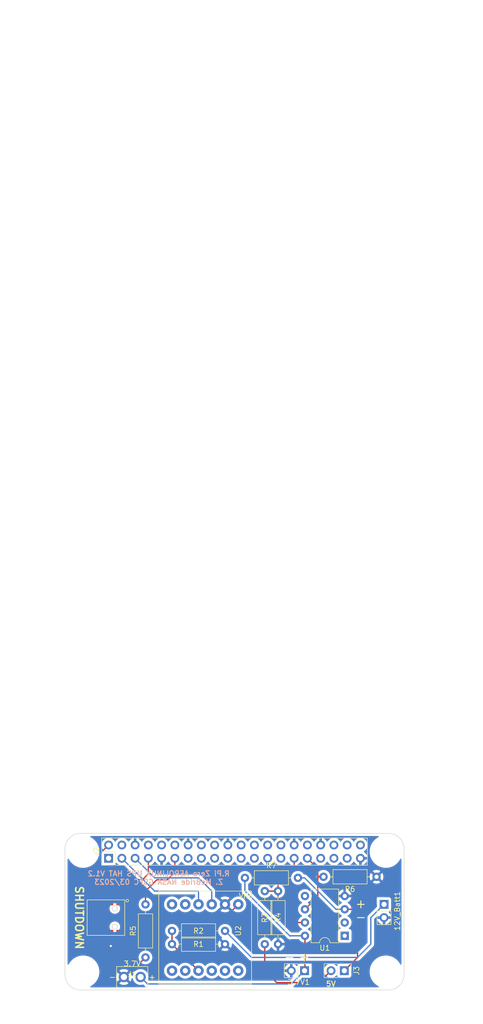
<source format=kicad_pcb>
(kicad_pcb (version 20211014) (generator pcbnew)

  (general
    (thickness 1.6)
  )

  (paper "A4")
  (layers
    (0 "F.Cu" signal)
    (31 "B.Cu" signal)
    (34 "B.Paste" user)
    (35 "F.Paste" user)
    (36 "B.SilkS" user "B.Silkscreen")
    (37 "F.SilkS" user "F.Silkscreen")
    (38 "B.Mask" user)
    (39 "F.Mask" user)
    (40 "Dwgs.User" user "User.Drawings")
    (41 "Cmts.User" user "User.Comments")
    (44 "Edge.Cuts" user)
    (45 "Margin" user)
    (46 "B.CrtYd" user "B.Courtyard")
    (47 "F.CrtYd" user "F.Courtyard")
    (48 "B.Fab" user)
    (49 "F.Fab" user)
  )

  (setup
    (stackup
      (layer "F.SilkS" (type "Top Silk Screen"))
      (layer "F.Paste" (type "Top Solder Paste"))
      (layer "F.Mask" (type "Top Solder Mask") (thickness 0.01))
      (layer "F.Cu" (type "copper") (thickness 0.035))
      (layer "dielectric 1" (type "core") (thickness 1.51) (material "FR4") (epsilon_r 4.5) (loss_tangent 0.02))
      (layer "B.Cu" (type "copper") (thickness 0.035))
      (layer "B.Mask" (type "Bottom Solder Mask") (thickness 0.01))
      (layer "B.Paste" (type "Bottom Solder Paste"))
      (layer "B.SilkS" (type "Bottom Silk Screen"))
      (copper_finish "None")
      (dielectric_constraints no)
    )
    (pad_to_mask_clearance 0)
    (pcbplotparams
      (layerselection 0x0001330_ffffffff)
      (disableapertmacros false)
      (usegerberextensions false)
      (usegerberattributes false)
      (usegerberadvancedattributes false)
      (creategerberjobfile false)
      (svguseinch false)
      (svgprecision 6)
      (excludeedgelayer true)
      (plotframeref false)
      (viasonmask false)
      (mode 1)
      (useauxorigin false)
      (hpglpennumber 1)
      (hpglpenspeed 20)
      (hpglpendiameter 15.000000)
      (dxfpolygonmode true)
      (dxfimperialunits true)
      (dxfusepcbnewfont true)
      (psnegative false)
      (psa4output false)
      (plotreference true)
      (plotvalue true)
      (plotinvisibletext false)
      (sketchpadsonfab false)
      (subtractmaskfromsilk false)
      (outputformat 1)
      (mirror false)
      (drillshape 0)
      (scaleselection 1)
      (outputdirectory "meta/")
    )
  )

  (net 0 "")
  (net 1 "GND")
  (net 2 "unconnected-(U1-Pad1)")
  (net 3 "unconnected-(U1-Pad2)")
  (net 4 "unconnected-(U1-Pad5)")
  (net 5 "/SDA")
  (net 6 "/SCL")
  (net 7 "unconnected-(J2-Pad4)")
  (net 8 "unconnected-(J2-Pad8)")
  (net 9 "unconnected-(J2-Pad10)")
  (net 10 "unconnected-(J2-Pad12)")
  (net 11 "unconnected-(J2-Pad13)")
  (net 12 "unconnected-(J2-Pad15)")
  (net 13 "unconnected-(J2-Pad16)")
  (net 14 "unconnected-(J2-Pad18)")
  (net 15 "unconnected-(J2-Pad19)")
  (net 16 "unconnected-(J2-Pad21)")
  (net 17 "unconnected-(J2-Pad22)")
  (net 18 "unconnected-(J2-Pad23)")
  (net 19 "unconnected-(J2-Pad24)")
  (net 20 "unconnected-(J2-Pad26)")
  (net 21 "unconnected-(J2-Pad27)")
  (net 22 "unconnected-(J2-Pad28)")
  (net 23 "unconnected-(J2-Pad32)")
  (net 24 "unconnected-(J2-Pad33)")
  (net 25 "unconnected-(J2-Pad35)")
  (net 26 "unconnected-(J2-Pad36)")
  (net 27 "unconnected-(J2-Pad37)")
  (net 28 "unconnected-(J2-Pad38)")
  (net 29 "unconnected-(J2-Pad40)")
  (net 30 "Net-(228EJVAYFR1-Pad1)")
  (net 31 "Net-(3.7V1-Pad1)")
  (net 32 "Net-(228EJVAYFR1-Pad5)")
  (net 33 "Net-(J2-Pad11)")
  (net 34 "unconnected-(J2-Pad17)")
  (net 35 "unconnected-(J2-Pad1)")
  (net 36 "unconnected-(U2-Pad1)")
  (net 37 "unconnected-(U2-Pad2)")
  (net 38 "unconnected-(U2-Pad4)")
  (net 39 "unconnected-(U2-Pad5)")
  (net 40 "unconnected-(U2-Pad6)")
  (net 41 "Net-(J2-Pad31)")
  (net 42 "unconnected-(228EJVAYFR1-Pad2)")
  (net 43 "Net-(228EJVAYFR1-Pad7)")
  (net 44 "Net-(J2-Pad29)")
  (net 45 "/5V_USB")
  (net 46 "/UPS_TRIGGER")
  (net 47 "Net-(12V_Batt1-Pad1)")
  (net 48 "Net-(R1-Pad2)")

  (footprint "RPi_Hat:RPi_Hat_Mounting_Hole" (layer "F.Cu") (at 74 170.24))

  (footprint "RPi_Hat:RPi_Hat_Mounting_Hole" (layer "F.Cu") (at 16 170.24))

  (footprint "RPi_Hat:RPi_Hat_Mounting_Hole" (layer "F.Cu") (at 74 193.24))

  (footprint "RPi_Hat:RPi_Hat_Mounting_Hole" (layer "F.Cu") (at 16 193.24))

  (footprint "Resistor_THT:R_Axial_DIN0207_L6.3mm_D2.5mm_P10.16mm_Horizontal" (layer "F.Cu") (at 53.34 177.8 -90))

  (footprint "Resistor_THT:R_Axial_DIN0207_L6.3mm_D2.5mm_P10.16mm_Horizontal" (layer "F.Cu") (at 46.99 175.26))

  (footprint "Connector_PinHeader_2.54mm:PinHeader_1x02_P2.54mm_Vertical" (layer "F.Cu") (at 58.42 193.04 -90))

  (footprint "Resistor_THT:R_Axial_DIN0207_L6.3mm_D2.5mm_P10.16mm_Horizontal" (layer "F.Cu") (at 33.02 185.42))

  (footprint "Resistor_THT:R_Axial_DIN0207_L6.3mm_D2.5mm_P10.16mm_Horizontal" (layer "F.Cu") (at 43.18 187.96 180))

  (footprint "Connector_PinHeader_2.54mm:PinHeader_1x02_P2.54mm_Vertical" (layer "F.Cu") (at 66.04 193.04 -90))

  (footprint "New FootPrint Library:228EJVAYFR" (layer "F.Cu") (at 20.36 182.88 -90))

  (footprint "Resistor_THT:R_Axial_DIN0207_L6.3mm_D2.5mm_P10.16mm_Horizontal" (layer "F.Cu") (at 50.8 187.96 90))

  (footprint "Connector_PinHeader_2.54mm:PinHeader_2x20_P2.54mm_Vertical" (layer "F.Cu") (at 20.87 171.51 90))

  (footprint "Resistor_THT:R_Axial_DIN0207_L6.3mm_D2.5mm_P10.16mm_Horizontal" (layer "F.Cu") (at 27.94 190.5 90))

  (footprint "Resistor_THT:R_Axial_DIN0207_L6.3mm_D2.5mm_P10.16mm_Horizontal" (layer "F.Cu") (at 72.217099 175.055939 180))

  (footprint "New FootPrint Library:Adafruit ADS1115" (layer "F.Cu") (at 38.1 185.42 90))

  (footprint "New FootPrint Library:DF robot lipo connection" (layer "F.Cu") (at 25.4 194.25))

  (footprint "Package_DIP:DIP-8_W7.62mm" (layer "F.Cu") (at 66.116797 186.360878 180))

  (footprint "Connector_PinHeader_2.54mm:PinHeader_1x02_P2.54mm_Vertical" (layer "F.Cu") (at 73.66 180.34))

  (gr_line (start 58.395075 190.517952) (end 57.716746 190.53262) (layer "F.SilkS") (width 0.2) (tstamp 1170673c-f957-4256-bc3e-658714feb774))
  (gr_line (start 68.58 180.34) (end 69.215 180.34) (layer "F.SilkS") (width 0.2) (tstamp 176f2e3e-a601-4f2a-8b10-057e99da2dfd))
  (gr_line (start 58.395075 191.152952) (end 58.395075 189.882952) (layer "F.SilkS") (width 0.2) (tstamp 4bb944cd-71b6-4766-8a08-39f374babfdb))
  (gr_line (start 69.215 180.34) (end 69.229668 181.018329) (layer "F.SilkS") (width 0.2) (tstamp 86fdd9b0-11f8-4693-b578-43759203121c))
  (gr_line (start 69.85 180.34) (end 68.58 180.34) (layer "F.SilkS") (width 0.2) (tstamp 8bec7497-a758-4b81-acc4-8ca73edcd222))
  (gr_line (start 69.215 180.34) (end 69.215337 179.671224) (layer "F.SilkS") (width 0.2) (tstamp ac4f1063-64c9-47d3-81d8-bb1be52f6d62))
  (gr_line (start 58.395075 189.882952) (end 58.395075 190.517952) (layer "F.SilkS") (width 0.2) (tstamp b76f80ad-7c47-4691-b731-4e76caeeb57a))
  (gr_line (start 56.170571 190.538129) (end 54.900571 190.538129) (layer "F.SilkS") (width 0.2) (tstamp c616a4be-463b-46ca-8fa0-1482ba0cc0e8))
  (gr_line (start 58.395075 190.517952) (end 59.063851 190.518289) (layer "F.SilkS") (width 0.2) (tstamp c9feafbd-2eff-4722-abd2-05e97e3130be))
  (gr_line (start 69.85 182.88) (end 68.58 182.88) (layer "F.SilkS") (width 0.2) (tstamp d5501496-6aee-463b-b2c8-76750c456ec9))
  (gr_line (start 15.24 203.2) (end 20.32 203.2) (layer "Dwgs.User") (width 0.1) (tstamp 4724a10b-d11e-4eb6-9295-3f6273cce6c4))
  (gr_circle (center 66.04 53.34) (end 66.375571 53.34) (layer "Dwgs.User") (width 0.2) (fill none) (tstamp be09274b-6374-412f-9a45-34715b99be5d))
  (gr_arc (start 15.5 196.74) (mid 13.37868 195.86132) (end 12.5 193.74) (layer "Edge.Cuts") (width 0.1) (tstamp 00000000-0000-0000-0000-000055157fce))
  (gr_arc (start 77.5 193.74) (mid 76.62132 195.86132) (end 74.5 196.74) (layer "Edge.Cuts") (width 0.1) (tstamp 00000000-0000-0000-0000-000055157ffb))
  (gr_arc (start 74.5 166.74) (mid 76.62132 167.61868) (end 77.5 169.74) (layer "Edge.Cuts") (width 0.1) (tstamp 00000000-0000-0000-0000-00005b55eed3))
  (gr_line (start 15.5 166.74) (end 74.5 166.74) (layer "Edge.Cuts") (width 0.1) (tstamp 00000000-0000-0000-0000-00005b55f01c))
  (gr_arc (start 12.5 169.74) (mid 13.37868 167.61868) (end 15.5 166.74) (layer "Edge.Cuts") (width 0.1) (tstamp 00000000-0000-0000-0000-00005b55f169))
  (gr_line (start 12.5 169.74) (end 12.5 193.74) (layer "Edge.Cuts") (width 0.1) (tstamp 5032a74e-41df-47fa-87b4-778dd90d4ecb))
  (gr_line (start 77.5 169.74) (end 77.5 193.74) (layer "Edge.Cuts") (width 0.1) (tstamp 60b3c32a-da6a-44d7-800d-2ff84c5247c1))
  (gr_line (start 15.5 196.74) (end 74.5 196.74) (layer "Edge.Cuts") (width 0.1) (tstamp 9a72c1c3-2a58-45ba-ab58-5059a7717c30))
  (gr_text "R.Pi Zero AEROLINUX UPS HAT V1.2\nZ. McBride NASA GSFC 03/2023" (at 30.48 175.26) (layer "B.SilkS") (tstamp 57cbcd21-5a2a-4475-98f4-da321231511b)
    (effects (font (size 1 1) (thickness 0.2)) (justify mirror))
  )
  (gr_text "5V" (at 63.47 195.58) (layer "F.SilkS") (tstamp 18ca488d-d9d3-4b1a-95b0-0a79b43baf23)
    (effects (font (size 1 1) (thickness 0.2)))
  )
  (gr_text "SHUTDOWN" (at 15.24 182.88 270) (layer "F.SilkS") (tstamp 27855d6e-f7d2-4f36-8600-be00f65c81b4)
    (effects (font (size 1.5 1.5) (thickness 0.3)))
  )
  (gr_text "Select one of these board edges depending \nupon the type of socket that is used." (at 20.5 9.5) (layer "Cmts.User") (tstamp 9f5e112c-63d4-4175-896b-0c2e95705fdb)
    (effects (font (size 1.5 1.5) (thickness 0.15)) (justify left))
  )
  (dimension (type aligned) (layer "Dwgs.User") (tstamp 00000000-0000-0000-0000-000055169e80)
    (pts (xy 20 54.5) (xy 20 51))
    (height 2.5)
    (gr_text "3.5000 mm" (at 20.85 52.75 90) (layer "Dwgs.User") (tstamp 00000000-0000-0000-0000-000055169e80)
      (effects (font (size 1.5 1.5) (thickness 0.15)))
    )
    (format (units 2) (units_format 1) (precision 4))
    (style (thickness 0.15) (arrow_length 1.27) (text_position_mode 0) (extension_height 0.58642) (extension_offset 0) keep_text_aligned)
  )
  (dimension (type aligned) (layer "Dwgs.User") (tstamp 0ba6e611-02cb-4f3c-a80f-9bd905b3c2a1)
    (pts (xy 78.5 54.5) (xy 78.5 24.5))
    (height 3.5)
    (gr_text "30.0000 mm" (at 80.35 39.5 90) (layer "Dwgs.User") (tstamp 0ba6e611-02cb-4f3c-a80f-9bd905b3c2a1)
      (effects (font (size 1.5 1.5) (thickness 0.15)))
    )
    (format (units 2) (units_format 1) (precision 4))
    (style (thickness 0.15) (arrow_length 1.27) (text_position_mode 0) (extension_height 0.58642) (extension_offset 0) keep_text_aligned)
  )
  (dimension (type aligned) (layer "Dwgs.User") (tstamp 54488a6f-d71a-4eca-a088-7218084ba4aa)
    (pts (xy 78.5 54.5) (xy 78.5 24))
    (height 8.5)
    (gr_text "30.5000 mm" (at 85.35 39.25 90) (layer "Dwgs.User") (tstamp 54488a6f-d71a-4eca-a088-7218084ba4aa)
      (effects (font (size 1.5 1.5) (thickness 0.15)))
    )
    (format (units 2) (units_format 1) (precision 4))
    (style (thickness 0.15) (arrow_length 1.27) (text_position_mode 0) (extension_height 0.58642) (extension_offset 0) keep_text_aligned)
  )
  (dimension (type aligned) (layer "Dwgs.User") (tstamp 5fe60c3d-4b9c-41fd-b31b-b965bc7e0e8f)
    (pts (xy 16.068883 55.2811) (xy 12.568883 55.2811))
    (height -3)
    (gr_text "3.5000 mm" (at 14.318883 56.6311) (layer "Dwgs.User") (tstamp 5fe60c3d-4b9c-41fd-b31b-b965bc7e0e8f)
      (effects (font (size 1.5 1.5) (thickness 0.15)))
    )
    (format (units 2) (units_format 1) (precision 4))
    (style (thickness 0.15) (arrow_length 1.27) (text_position_mode 0) (extension_height 0.58642) (extension_offset 0) keep_text_aligned)
  )
  (dimension (type aligned) (layer "Dwgs.User") (tstamp 650b9c7d-3615-4f2d-ae8f-044925675d9f)
    (pts (xy 45 32) (xy 16 32))
    (height -2.499999)
    (gr_text "29.0000 mm" (at 30.5 32.849999) (layer "Dwgs.User") (tstamp 650b9c7d-3615-4f2d-ae8f-044925675d9f)
      (effects (font (size 1.5 1.5) (thickness 0.15)))
    )
    (format (units 2) (units_format 1) (precision 4))
    (style (thickness 0.15) (arrow_length 1.27) (text_position_mode 0) (extension_height 0.58642) (extension_offset 0) keep_text_aligned)
  )
  (dimension (type aligned) (layer "Dwgs.User") (tstamp abdee982-7217-4458-9d3f-bc2620808ee8)
    (pts (xy 77.5 23) (xy 12.5 23))
    (height 7)
    (gr_text "65.0000 mm" (at 45 14.35) (layer "Dwgs.User") (tstamp abdee982-7217-4458-9d3f-bc2620808ee8)
      (effects (font (size 1.5 1.5) (thickness 0.15)))
    )
    (format (units 2) (units_format 1) (precision 4))
    (style (thickness 0.15) (arrow_length 1.27) (text_position_mode 0) (extension_height 0.58642) (extension_offset 0) keep_text_aligned)
  )
  (dimension (type aligned) (layer "Dwgs.User") (tstamp dad4f481-5ab8-46be-9b10-dfff34dbe15b)
    (pts (xy 11.5 28) (xy 11.5 51))
    (height 2.5)
    (gr_text "23.0000 mm" (at 7.35 39.5 90) (layer "Dwgs.User") (tstamp dad4f481-5ab8-46be-9b10-dfff34dbe15b)
      (effects (font (size 1.5 1.5) (thickness 0.15)))
    )
    (format (units 2) (units_format 1) (precision 4))
    (style (thickness 0.15) (arrow_length 1.27) (text_position_mode 0) (extension_height 0.58642) (extension_offset 0) keep_text_aligned)
  )
  (dimension (type aligned) (layer "Dwgs.User") (tstamp f882bc63-779e-42b1-9880-ec64d38fab9f)
    (pts (xy 74 23) (xy 16 23))
    (height 2.5)
    (gr_text "58.0000 mm" (at 45 18.85) (layer "Dwgs.User") (tstamp f882bc63-779e-42b1-9880-ec64d38fab9f)
      (effects (font (size 1.5 1.5) (thickness 0.15)))
    )
    (format (units 2) (units_format 1) (precision 4))
    (style (thickness 0.15) (arrow_length 1.27) (text_position_mode 0) (extension_height 0.58642) (extension_offset 0) keep_text_aligned)
  )

  (segment (start 21.29073 186.08573) (end 21.26 186.055) (width 0.25) (layer "F.Cu") (net 1) (tstamp 0a507106-cbde-44d3-8ece-5f09f22a85bb))
  (segment (start 21.29073 188.313682) (end 21.29073 186.08573) (width 0.25) (layer "F.Cu") (net 1) (tstamp ec9a6fbf-1458-4428-a675-a4572a76627a))
  (via (at 21.29073 188.313682) (size 1) (drill 0.4) (layers "F.Cu" "B.Cu") (free) (net 1) (tstamp 9abbc547-9468-4290-92c9-00ff5f7122d3))
  (segment (start 38.1 180.34) (end 38.1 177.8) (width 0.25) (layer "B.Cu") (net 5) (tstamp 0ac04522-8f0b-4e3b-af3f-1b0ec176301e))
  (segment (start 38.1 177.8) (end 29.7 177.8) (width 0.25) (layer "B.Cu") (net 5) (tstamp 50eba6f4-637d-453d-90dc-80c01f8ce0b8))
  (segment (start 29.7 177.8) (end 23.41 171.51) (width 0.25) (layer "B.Cu") (net 5) (tstamp 6670688b-6c92-421c-9ba6-f03225ac7f1b))
  (segment (start 40.64 177.8) (end 38.1 175.26) (width 0.25) (layer "B.Cu") (net 6) (tstamp 438e30b4-a0d6-4c8f-9fb4-78eb9e726c70))
  (segment (start 40.64 180.34) (end 40.64 177.8) (width 0.25) (layer "B.Cu") (net 6) (tstamp b0ecbdc1-4e93-4185-b42f-6419b91d79d5))
  (segment (start 29.7 175.26) (end 25.95 171.51) (width 0.25) (layer "B.Cu") (net 6) (tstamp b1f651a5-8315-4d15-b812-3c5d2f2b08e1))
  (segment (start 38.1 175.26) (end 29.7 175.26) (width 0.25) (layer "B.Cu") (net 6) (tstamp fa80ddd0-11ab-4180-9f94-8f69f3c808ba))
  (segment (start 28.502835 174.476577) (end 28.49 174.463742) (width 0.25) (layer "F.Cu") (net 30) (tstamp 03995bb8-b915-4d91-8080-20645f2c599a))
  (segment (start 28.49 174.463742) (end 28.49 171.51) (width 0.25) (layer "F.Cu") (net 30) (tstamp 08350cc8-1e78-4892-ba61-2872f441d72d))
  (segment (start 22.86 179.705) (end 22.86 177.861287) (width 0.25) (layer "F.Cu") (net 30) (tstamp 344ca860-c87e-48f8-af76-0cb5eef6b36a))
  (segment (start 22.86 177.861287) (end 25.12925 175.592037) (width 0.25) (layer "F.Cu") (net 30) (tstamp 475e3774-fd8c-4706-9866-f2810ce93b96))
  (segment (start 25.12925 175.592037) (end 27.387375 175.592037) (width 0.25) (layer "F.Cu") (net 30) (tstamp a2a781f2-aa1c-48dc-8086-802a3315e1e6))
  (segment (start 27.387375 175.592037) (end 28.502835 174.476577) (width 0.25) (layer "F.Cu") (net 30) (tstamp a7dfa8fd-e8eb-45d6-b1ee-558fb489a6ae))
  (segment (start 58.496797 192.963203) (end 58.42 193.04) (width 0.25) (layer "F.Cu") (net 31) (tstamp 6dcccc23-ad05-499b-96d2-b33f44aa9487))
  (segment (start 58.496797 186.360878) (end 58.496797 192.963203) (width 0.25) (layer "F.Cu") (net 31) (tstamp bee7c937-05af-4194-ab43-ba0aa121ae22))
  (segment (start 55.691307 186.360878) (end 58.496797 186.360878) (width 0.25) (layer "B.Cu") (net 31) (tstamp 23e07bef-1c74-4722-8cd2-5cb1607abc1d))
  (segment (start 55.88 195.58) (end 58.42 193.04) (width 0.25) (layer "B.Cu") (net 31) (tstamp 2fd2d6ee-dcb4-40d5-8e57-c7ddad61ffe0))
  (segment (start 28.33 195.58) (end 55.88 195.58) (width 0.25) (layer "B.Cu") (net 31) (tstamp 6308302c-0576-433b-9b5b-fd387d85f55a))
  (segment (start 46.99 175.26) (end 46.99 177.771879) (width 0.25) (layer "B.Cu") (net 31) (tstamp 64ec87ed-fe06-4630-838f-a362b2051a31))
  (segment (start 27 194.25) (end 28.33 195.58) (width 0.25) (layer "B.Cu") (net 31) (tstamp 6c7da1f3-a2b1-4940-b388-2c1e1f926336))
  (segment (start 46.99 177.771879) (end 55.635153 186.417032) (width 0.25) (layer "B.Cu") (net 31) (tstamp 98679b06-e5fc-471c-8af7-68adecb412bb))
  (segment (start 55.635153 186.417032) (end 55.691307 186.360878) (width 0.25) (layer "B.Cu") (net 31) (tstamp a19e6232-c021-49f0-845c-ce5a00de9104))
  (segment (start 19.46 186.055) (end 19.46 189.64) (width 0.25) (layer "F.Cu") (net 32) (tstamp 489e0e5d-c27d-452a-92e1-5aeb8bfbac35))
  (segment (start 19.225001 185.820001) (end 19.46 186.055) (width 0.25) (layer "F.Cu") (net 32) (tstamp 661c68db-e9cc-495b-9e41-448ff97eec97))
  (segment (start 21.59 191.77) (end 26.67 191.77) (width 0.25) (layer "F.Cu") (net 32) (tstamp 6a40b840-53cb-4fb2-aca4-102d2592190f))
  (segment (start 26.67 191.77) (end 27.94 190.5) (width 0.25) (layer "F.Cu") (net 32) (tstamp b3cf6510-6282-485c-9de9-2511668c5d2b))
  (segment (start 19.46 189.64) (end 21.59 191.77) (width 0.25) (layer "F.Cu") (net 32) (tstamp e48b0528-33e7-4ed6-9bc7-c16ad425299b))
  (segment (start 27.94 177.8) (end 30.120756 175.619244) (width 0.25) (layer "F.Cu") (net 33) (tstamp 66993d33-eb46-4373-9438-fce0fdcc9fd9))
  (segment (start 27.94 180.34) (end 27.94 177.8) (width 0.25) (layer "F.Cu") (net 33) (tstamp 93211e23-e2f5-4862-a3eb-e7baa8f50dae))
  (segment (start 33.590421 174.150101) (end 33.57 174.12968) (width 0.25) (layer "F.Cu") (net 33) (tstamp bd7be733-c9da-4137-b31b-e72e8d0c7a4f))
  (segment (start 33.57 174.12968) (end 33.57 171.51) (width 0.25) (layer "F.Cu") (net 33) (tstamp da001b19-06c9-4003-9f48-ea44c9306cd0))
  (segment (start 32.121278 175.619244) (end 33.590421 174.150101) (width 0.25) (layer "F.Cu") (net 33) (tstamp dbc88dfd-5560-48aa-b812-9664e67e6729))
  (segment (start 30.120756 175.619244) (end 32.121278 175.619244) (width 0.25) (layer "F.Cu") (net 33) (tstamp e0b0bc4c-5a25-4a2f-86b8-c677cbbae4e2))
  (segment (start 60.96 178.817675) (end 58.496797 181.280878) (width 0.25) (layer "F.Cu") (net 41) (tstamp 06616b76-9054-4a27-a856-213209683db5))
  (segment (start 60.96 175.26) (end 60.96 178.817675) (width 0.25) (layer "F.Cu") (net 41) (tstamp 34be6275-d9d3-4c5f-8280-fa21ad44e143))
  (segment (start 60.96 175.26) (end 60.96 173.5) (width 0.25) (layer "F.Cu") (net 41) (tstamp 7b887ce2-ed9d-4a5d-ac95-b50a2b022f51))
  (segment (start 60.96 173.5) (end 58.97 171.51) (width 0.25) (layer "F.Cu") (net 41) (tstamp 9ac56e66-2c5c-4b5f-a146-61b3d809becb))
  (segment (start 62.527538 174.647819) (end 61.572181 174.647819) (width 0.25) (layer "F.Cu") (net 41) (tstamp a6660919-a21f-4ae7-a619-b398a100fbb4))
  (segment (start 61.572181 174.647819) (end 60.96 175.26) (width 0.25) (layer "F.Cu") (net 41) (tstamp eee163f9-cf02-41d1-b835-13850e45a0b3))
  (segment (start 19.225001 170.614999) (end 19.225001 181.434999) (width 0.25) (layer "F.Cu") (net 43) (tstamp 170a9185-5a84-4739-9d2f-b045e6bdce92))
  (segment (start 43.18 182.88) (end 20.32 182.88) (width 0.25) (layer "F.Cu") (net 43) (tstamp 37a821fe-1e4f-4687-b705-bf3f42b57867))
  (segment (start 20.87 168.97) (end 19.225001 170.614999) (width 0.25) (layer "F.Cu") (net 43) (tstamp 47aa8454-2fd5-4606-997e-e12c3d239887))
  (segment (start 19.225001 181.785001) (end 19.225001 181.434999) (width 0.25) (layer "F.Cu") (net 43) (tstamp 6b0e977a-2a52-4f66-8a5d-e097f7f795c6))
  (segment (start 19.225001 181.434999) (end 19.225001 183.974999) (width 0.25) (layer "F.Cu") (net 43) (tstamp a550525a-e4f8-44e4-812e-40565d08ce0a))
  (segment (start 45.72 180.34) (end 43.18 182.88) (width 0.25) (layer "F.Cu") (net 43) (tstamp aeda343b-c330-4ebe-af9c-126bf5a6a169))
  (segment (start 19.225001 183.974999) (end 17.78 185.42) (width 0.25) (layer "F.Cu") (net 43) (tstamp b7a90fa6-b099-45ee-b2fb-dce1b0ff685f))
  (segment (start 20.32 182.88) (end 19.225001 181.785001) (width 0.25) (layer "F.Cu") (net 43) (tstamp f2c98b35-db61-46ac-9431-427a77da8846))
  (segment (start 55.550878 183.820878) (end 58.496797 183.820878) (width 0.25) (layer "F.Cu") (net 44) (tstamp 8664ba5e-b203-460c-bd54-5b562211ab1a))
  (segment (start 53.34 181.61) (end 55.550878 183.820878) (width 0.25) (layer "F.Cu") (net 44) (tstamp 96e313a3-9602-4542-b3ad-8c4d6ce55505))
  (segment (start 53.34 177.8) (end 53.34 181.61) (width 0.25) (layer "F.Cu") (net 44) (tstamp b487ea87-081f-4dc1-9f45-1ab8a12aa607))
  (segment (start 56.43 171.51) (end 56.43 173.44) (width 0.25) (layer "F.Cu") (net 44) (tstamp bf4cc23d-965b-4b4f-a935-9d98bda53ba8))
  (segment (start 53.34 176.53) (end 53.34 177.8) (width 0.25) (layer "F.Cu") (net 44) (tstamp c72c0411-a73c-4728-b2c2-046f9856e53f))
  (segment (start 56.43 173.44) (end 53.34 176.53) (width 0.25) (layer "F.Cu") (net 44) (tstamp e378a0c9-6da8-4f5d-a34e-3b532f98b1bd))
  (segment (start 50.8 177.8) (end 53.34 177.8) (width 0.25) (layer "F.Cu") (net 44) (tstamp f6a9c987-7d64-4a1a-9352-61de9438e060))
  (segment (start 63.5 193.04) (end 61.330167 195.209833) (width 0.25) (layer "F.Cu") (net 45) (tstamp 172c261d-9543-4c2c-a78c-86100a72e160))
  (segment (start 61.020685 195.318658) (end 53.078658 195.318658) (width 0.25) (layer "F.Cu") (net 45) (tstamp 33225769-64cf-40ed-a883-7ee028029064))
  (segment (start 50.8 193.04) (end 50.8 187.96) (width 0.25) (layer "F.Cu") (net 45) (tstamp 5f9e8b40-bb39-4162-a229-1a4fb12cf505))
  (segment (start 53.078658 195.318658) (end 50.8 193.04) (width 0.25) (layer "F.Cu") (net 45) (tstamp 884d903c-bd3b-47fa-9456-2485fbfb885f))
  (segment (start 61.12951 195.209833) (end 61.020685 195.318658) (width 0.25) (layer "F.Cu") (net 45) (tstamp b1944040-d098-4bca-bc61-19278ca0d29a))
  (segment (start 61.330167 195.209833) (end 61.12951 195.209833) (width 0.25) (layer "F.Cu") (net 45) (tstamp cdcc5222-fe1b-4637-9f21-5826db90d883))
  (segment (start 66.116797 181.280878) (end 68.250878 181.280878) (width 0.25) (layer "F.Cu") (net 46) (tstamp 2587ced8-7e47-4b85-917b-c75f23877f7c))
  (segment (start 68.58 181.61) (end 68.58 190.5) (width 0.25) (layer "F.Cu") (net 46) (tstamp 5c13feff-7de4-4320-9acc-eb3bd4109f0b))
  (segment (start 68.250878 181.280878) (end 68.58 181.61) (width 0.25) (layer "F.Cu") (net 46) (tstamp a3283ebf-7238-4023-8da9-010a3831bec8))
  (segment (start 68.58 190.5) (end 66.04 193.04) (width 0.25) (layer "F.Cu") (net 46) (tstamp ffa15e70-ccab-4400-80e1-c7d1234ae9e2))
  (segment (start 64.440878 181.280878) (end 66.116797 181.280878) (width 0.25) (layer "B.Cu") (net 46) (tstamp 7621a3e9-7201-4ca4-8283-164a0632369c))
  (segment (start 57.15 175.26) (end 58.42 175.26) (width 0.25) (layer "B.Cu") (net 46) (tstamp 7eaebc9b-e7cf-440b-a7a6-a3935415f647))
  (segment (start 58.42 175.26) (end 64.440878 181.280878) (width 0.25) (layer "B.Cu") (net 46) (tstamp bfd00c33-94e5-46b7-b052-0cebb69904dd))
  (segment (start 48.26 190.5) (end 68.58 190.5) (width 0.25) (layer "B.Cu") (net 47) (tstamp 260656ce-2eba-49ca-aa76-eab340e33e9d))
  (segment (start 71.12 182.88) (end 73.66 180.34) (width 0.25) (layer "B.Cu") (net 47) (tstamp 7051dedb-a92c-493a-855c-ddc9d17e3851))
  (segment (start 48.26 190.5) (end 43.18 185.42) (width 0.25) (layer "B.Cu") (net 47) (tstamp 840bf9e9-66a4-4c9e-8613-baa822555498))
  (segment (start 71.12 187.96) (end 71.12 182.88) (width 0.25) (layer "B.Cu") (net 47) (tstamp 89505892-91e1-40a6-8dd0-ab8e1bf2e251))
  (segment (start 68.58 190.5) (end 71.12 187.96) (width 0.25) (layer "B.Cu") (net 47) (tstamp d921956c-3c64-43a1-87ae-39d3383f0053))
  (segment (start 38.1 193.04) (end 33.02 187.96) (width 0.25) (layer "F.Cu") (net 48) (tstamp 0d7ce3ac-2f58-42c8-b906-3a7316650107))
  (segment (start 33.02 187.96) (end 33.02 185.42) (width 0.25) (layer "F.Cu") (net 48) (tstamp 6fd08b95-03db-45b5-9892-58f0f2e932de))

  (zone (net 1) (net_name "GND") (layer "B.Cu") (tstamp 62472c5b-2a9a-4649-aad6-e4283321b390) (hatch edge 0.508)
    (connect_pads thru_hole_only (clearance 0.508))
    (min_thickness 0.254) (filled_areas_thickness no)
    (fill yes (thermal_gap 0.508) (thermal_bridge_width 0.508))
    (polygon
      (pts
        (xy 81.28 200.66)
        (xy 10.16 200.66)
        (xy 10.16 165.1)
        (xy 81.28 165.1)
      )
    )
    (filled_polygon
      (layer "B.Cu")
      (pts
        (xy 72.581421 167.268502)
        (xy 72.627914 167.322158)
        (xy 72.638018 167.392432)
        (xy 72.608524 167.457012)
        (xy 72.574866 167.484435)
        (xy 72.334498 167.619047)
        (xy 72.334493 167.61905)
        (xy 72.331381 167.620793)
        (xy 72.328485 167.622878)
        (xy 72.32848 167.622881)
        (xy 72.28388 167.654989)
        (xy 72.045605 167.826523)
        (xy 72.042969 167.828917)
        (xy 72.042967 167.828919)
        (xy 71.865733 167.989907)
        (xy 71.784954 168.063281)
        (xy 71.722534 168.134457)
        (xy 71.556976 168.32324)
        (xy 71.552781 168.328023)
        (xy 71.352071 168.617347)
        (xy 71.35038 168.620494)
        (xy 71.350377 168.620499)
        (xy 71.24763 168.811721)
        (xy 71.185402 168.927532)
        (xy 71.054919 169.25459)
        (xy 70.962299 169.594317)
        (xy 70.961757 169.597839)
        (xy 70.923105 169.848965)
        (xy 70.908732 169.942345)
        (xy 70.908592 169.945909)
        (xy 70.896513 170.253357)
        (xy 70.894908 170.2942)
        (xy 70.904383 170.421703)
        (xy 70.918263 170.608469)
        (xy 70.921004 170.645358)
        (xy 70.986684 170.991304)
        (xy 70.987742 170.994713)
        (xy 70.987744 170.994719)
        (xy 71.012944 171.075875)
        (xy 71.091104 171.327592)
        (xy 71.232921 171.649897)
        (xy 71.410313 171.954076)
        (xy 71.620999 172.236219)
        (xy 71.623443 172.238817)
        (xy 71.623448 172.238823)
        (xy 71.85982 172.490093)
        (xy 71.86227 172.492697)
        (xy 71.864999 172.495007)
        (xy 72.086757 172.682739)
        (xy 72.131024 172.720214)
        (xy 72.133988 172.722194)
        (xy 72.13399 172.722196)
        (xy 72.42083 172.913856)
        (xy 72.423807 172.915845)
        (xy 72.426989 172.917484)
        (xy 72.426991 172.917485)
        (xy 72.73367 173.075436)
        (xy 72.733675 173.075438)
        (xy 72.736853 173.077075)
        (xy 72.740194 173.078341)
        (xy 72.740199 173.078343)
        (xy 72.971696 173.166049)
        (xy 73.066139 173.20183)
        (xy 73.069603 173.20271)
        (xy 73.069607 173.202711)
        (xy 73.403963 173.287627)
        (xy 73.403971 173.287629)
        (xy 73.40743 173.288507)
        (xy 73.579152 173.311878)
        (xy 73.753347 173.335585)
        (xy 73.753354 173.335586)
        (xy 73.75634 173.335992)
        (xy 73.871081 173.3405)
        (xy 74.089198 173.3405)
        (xy 74.230756 173.332462)
        (xy 74.347992 173.325805)
        (xy 74.347999 173.325804)
        (xy 74.35156 173.325602)
        (xy 74.489883 173.301834)
        (xy 74.695082 173.266575)
        (xy 74.69509 173.266573)
        (xy 74.6986 173.26597)
        (xy 74.702025 173.264972)
        (xy 74.702028 173.264971)
        (xy 75.033221 173.168436)
        (xy 75.036659 173.167434)
        (xy 75.36139 173.031263)
        (xy 75.564556 172.917485)
        (xy 75.665502 172.860953)
        (xy 75.665507 172.86095)
        (xy 75.668619 172.859207)
        (xy 75.671515 172.857122)
        (xy 75.67152 172.857119)
        (xy 75.839376 172.736279)
        (xy 75.954395 172.653477)
        (xy 76.071465 172.547139)
        (xy 76.212405 172.419118)
        (xy 76.212406 172.419117)
        (xy 76.215046 172.416719)
        (xy 76.375853 172.233354)
        (xy 76.444868 172.154658)
        (xy 76.444869 172.154656)
        (xy 76.447219 172.151977)
        (xy 76.647929 171.862653)
        (xy 76.754509 171.664299)
        (xy 76.804371 171.613761)
        (xy 76.873641 171.598202)
        (xy 76.940327 171.622564)
        (xy 76.983256 171.679112)
        (xy 76.9915 171.723939)
        (xy 76.9915 191.748756)
        (xy 76.971498 191.816877)
        (xy 76.917842 191.86337)
        (xy 76.847568 191.873474)
        (xy 76.782988 191.84398)
        (xy 76.756657 191.812232)
        (xy 76.65477 191.637523)
        (xy 76.589687 191.525924)
        (xy 76.379001 191.243781)
        (xy 76.376557 191.241183)
        (xy 76.376552 191.241177)
        (xy 76.14018 190.989907)
        (xy 76.140176 190.989904)
        (xy 76.13773 190.987303)
        (xy 75.947809 190.826523)
        (xy 75.871698 190.76209)
        (xy 75.871694 190.762087)
        (xy 75.868976 190.759786)
        (xy 75.82949 190.733402)
        (xy 75.57917 190.566144)
        (xy 75.579168 190.566143)
        (xy 75.576193 190.564155)
        (xy 75.573009 190.562515)
        (xy 75.26633 190.404564)
        (xy 75.266325 190.404562)
        (xy 75.263147 190.402925)
        (xy 75.259806 190.401659)
        (xy 75.259801 190.401657)
        (xy 74.937205 190.279437)
        (xy 74.937206 190.279437)
        (xy 74.933861 190.27817)
        (xy 74.930397 190.27729)
        (xy 74.930393 190.277289)
        (xy 74.596037 190.192373)
        (xy 74.596029 190.192371)
        (xy 74.59257 190.191493)
        (xy 74.420848 190.168122)
        (xy 74.246653 190.144415)
        (xy 74.246646 190.144414)
        (xy 74.24366 190.144008)
        (xy 74.128919 190.1395)
        (xy 73.910802 190.1395)
        (xy 73.769244 190.147538)
        (xy 73.652008 190.154195)
        (xy 73.652001 190.154196)
        (xy 73.64844 190.154398)
        (xy 73.510117 190.178166)
        (xy 73.304918 190.213425)
        (xy 73.30491 190.213427)
        (xy 73.3014 190.21403)
        (xy 73.297975 190.215028)
        (xy 73.297972 190.215029)
        (xy 73.121049 190.266598)
        (xy 72.963341 190.312566)
        (xy 72.63861 190.448737)
        (xy 72.547073 190.5)
        (xy 72.334498 190.619047)
        (xy 72.334493 190.61905)
        (xy 72.331381 190.620793)
        (xy 72.328485 190.622878)
        (xy 72.32848 190.622881)
        (xy 72.189953 190.722607)
        (xy 72.045605 190.826523)
        (xy 72.042969 190.828917)
        (xy 72.042967 190.828919)
        (xy 71.794192 191.05489)
        (xy 71.784954 191.063281)
        (xy 71.552781 191.328023)
        (xy 71.550749 191.330952)
        (xy 71.550746 191.330956)
        (xy 71.541489 191.3443)
        (xy 71.352071 191.617347)
        (xy 71.350381 191.620492)
        (xy 71.350377 191.620499)
        (xy 71.24763 191.811721)
        (xy 71.185402 191.927532)
        (xy 71.054919 192.25459)
        (xy 70.962299 192.594317)
        (xy 70.961757 192.597839)
        (xy 70.914512 192.904795)
        (xy 70.908732 192.942345)
        (xy 70.908592 192.945909)
        (xy 70.897442 193.229715)
        (xy 70.894908 193.2942)
        (xy 70.901947 193.38892)
        (xy 70.91459 193.559042)
        (xy 70.921004 193.645358)
        (xy 70.986684 193.991304)
        (xy 70.987742 193.994713)
        (xy 70.987744 193.994719)
        (xy 71.029221 194.128297)
        (xy 71.091104 194.327592)
        (xy 71.092545 194.330867)
        (xy 71.219234 194.61879)
        (xy 71.232921 194.649897)
        (xy 71.410313 194.954076)
        (xy 71.620999 195.236219)
        (xy 71.623443 195.238817)
        (xy 71.623448 195.238823)
        (xy 71.85982 195.490093)
        (xy 71.86227 195.492697)
        (xy 71.864999 195.495007)
        (xy 72.094277 195.689105)
        (xy 72.131024 195.720214)
        (xy 72.133988 195.722194)
        (xy 72.13399 195.722196)
        (xy 72.335917 195.857119)
        (xy 72.423807 195.915845)
        (xy 72.572533 195.992444)
        (xy 72.574552 195.993484)
        (xy 72.625954 196.042457)
        (xy 72.64272 196.111446)
        (xy 72.619525 196.178547)
        (xy 72.563736 196.222456)
        (xy 72.51686 196.2315)
        (xy 56.430976 196.2315)
        (xy 56.362855 196.211498)
        (xy 56.316362 196.157842)
        (xy 56.306258 196.087568)
        (xy 56.33389 196.025186)
        (xy 56.345297 196.011397)
        (xy 56.353288 196.002616)
        (xy 57.920499 194.435405)
        (xy 57.982811 194.401379)
        (xy 58.009594 194.3985)
        (xy 59.318134 194.3985)
        (xy 59.380316 194.391745)
        (xy 59.516705 194.340615)
        (xy 59.633261 194.253261)
        (xy 59.720615 194.136705)
        (xy 59.771745 194.000316)
        (xy 59.7785 193.938134)
        (xy 59.7785 193.006695)
        (xy 62.137251 193.006695)
        (xy 62.137548 193.011848)
        (xy 62.137548 193.011851)
        (xy 62.14706 193.176823)
        (xy 62.15011 193.229715)
        (xy 62.151247 193.234761)
        (xy 62.151248 193.234767)
        (xy 62.165445 193.29776)
        (xy 62.199222 193.447639)
        (xy 62.283266 193.654616)
        (xy 62.285965 193.65902)
        (xy 62.361576 193.782406)
        (xy 62.399987 193.845088)
        (xy 62.403367 193.84899)
        (xy 62.414352 193.861671)
        (xy 62.54625 194.013938)
        (xy 62.718126 194.156632)
        (xy 62.911 194.269338)
        (xy 63.119692 194.34903)
        (xy 63.12476 194.350061)
        (xy 63.124763 194.350062)
        (xy 63.219862 194.36941)
        (xy 63.338597 194.393567)
        (xy 63.343772 194.393757)
        (xy 63.343774 194.393757)
        (xy 63.556673 194.401564)
        (xy 63.556677 194.401564)
        (xy 63.561837 194.401753)
        (xy 63.566957 194.401097)
        (xy 63.566959 194.401097)
        (xy 63.778288 194.374025)
        (xy 63.778289 194.374025)
        (xy 63.783416 194.373368)
        (xy 63.796609 194.36941)
        (xy 63.992429 194.310661)
        (xy 63.992434 194.310659)
        (xy 63.997384 194.309174)
        (xy 64.197994 194.210896)
        (xy 64.37986 194.081173)
        (xy 64.488091 193.973319)
        (xy 64.550462 193.939404)
        (xy 64.621268 193.944592)
        (xy 64.67803 193.987238)
        (xy 64.695012 194.018341)
        (xy 64.739385 194.136705)
        (xy 64.826739 194.253261)
        (xy 64.943295 194.340615)
        (xy 65.079684 194.391745)
        (xy 65.141866 194.3985)
        (xy 66.938134 194.3985)
        (xy 67.000316 194.391745)
        (xy 67.136705 194.340615)
        (xy 67.253261 194.253261)
        (xy 67.340615 194.136705)
        (xy 67.391745 194.000316)
        (xy 67.3985 193.938134)
        (xy 67.3985 192.141866)
        (xy 67.391745 192.079684)
        (xy 67.340615 191.943295)
        (xy 67.253261 191.826739)
        (xy 67.136705 191.739385)
        (xy 67.000316 191.688255)
        (xy 66.938134 191.6815)
        (xy 65.141866 191.6815)
        (xy 65.079684 191.688255)
        (xy 64.943295 191.739385)
        (xy 64.826739 191.826739)
        (xy 64.739385 191.943295)
        (xy 64.736233 191.951703)
        (xy 64.694919 192.061907)
        (xy 64.652277 192.118671)
        (xy 64.585716 192.143371)
        (xy 64.516367 192.128163)
        (xy 64.483743 192.102476)
        (xy 64.433151 192.046875)
        (xy 64.433142 192.046866)
        (xy 64.42967 192.043051)
        (xy 64.425619 192.039852)
        (xy 64.425615 192.039848)
        (xy 64.258414 191.9078)
        (xy 64.25841 191.907798)
        (xy 64.254359 191.904598)
        (xy 64.218028 191.884542)
        (xy 64.197978 191.873474)
        (xy 64.058789 191.796638)
        (xy 64.05392 191.794914)
        (xy 64.053916 191.794912)
        (xy 63.853087 191.723795)
        (xy 63.853083 191.723794)
        (xy 63.848212 191.722069)
        (xy 63.843119 191.721162)
        (xy 63.843116 191.721161)
        (xy 63.633373 191.6838)
        (xy 63.633367 191.683799)
        (xy 63.628284 191.682894)
        (xy 63.554452 191.681992)
        (xy 63.410081 191.680228)
        (xy 63.410079 191.680228)
        (xy 63.404911 191.680165)
        (xy 63.184091 191.713955)
        (xy 62.971756 191.783357)
        (xy 62.773607 191.886507)
        (xy 62.769474 191.88961)
        (xy 62.769471 191.889612)
        (xy 62.657354 191.973792)
        (xy 62.594965 192.020635)
        (xy 62.569546 192.047234)
        (xy 62.50128 192.118671)
        (xy 62.440629 192.182138)
        (xy 62.437715 192.18641)
        (xy 62.437714 192.186411)
        (xy 62.393472 192.251267)
        (xy 62.314743 192.36668)
        (xy 62.220688 192.569305)
        (xy 62.160989 192.78457)
        (xy 62.137251 193.006695)
        (xy 59.7785 193.006695)
        (xy 59.7785 192.141866)
        (xy 59.771745 192.079684)
        (xy 59.720615 191.943295)
        (xy 59.633261 191.826739)
        (xy 59.516705 191.739385)
        (xy 59.380316 191.688255)
        (xy 59.318134 191.6815)
        (xy 57.521866 191.6815)
        (xy 57.459684 191.688255)
        (xy 57.323295 191.739385)
        (xy 57.206739 191.826739)
        (xy 57.119385 191.943295)
        (xy 57.116233 191.951703)
        (xy 57.116232 191.951705)
        (xy 57.074722 192.062433)
        (xy 57.032081 192.119198)
        (xy 56.965519 192.143898)
        (xy 56.89617 192.128691)
        (xy 56.863546 192.103004)
        (xy 56.812799 192.047234)
        (xy 56.805273 192.040215)
        (xy 56.638139 191.908222)
        (xy 56.629552 191.902517)
        (xy 56.443117 191.799599)
        (xy 56.433705 191.795369)
        (xy 56.232959 191.72428)
        (xy 56.222988 191.721646)
        (xy 56.151837 191.708972)
        (xy 56.13854 191.710432)
        (xy 56.134 191.724989)
        (xy 56.134 194.376632)
        (xy 56.129185 194.376632)
        (xy 56.129187 194.413106)
        (xy 56.097384 194.466711)
        (xy 55.6545 194.909595)
        (xy 55.592188 194.943621)
        (xy 55.565405 194.9465)
        (xy 28.644594 194.9465)
        (xy 28.576473 194.926498)
        (xy 28.555499 194.909595)
        (xy 28.474364 194.82846)
        (xy 28.440338 194.766148)
        (xy 28.44094 194.709951)
        (xy 28.49338 194.491524)
        (xy 28.493381 194.491518)
        (xy 28.494535 194.486711)
        (xy 28.513165 194.25)
        (xy 28.494535 194.013289)
        (xy 28.49252 194.004893)
        (xy 28.45509 193.84899)
        (xy 28.439105 193.782406)
        (xy 28.426739 193.752552)
        (xy 28.350135 193.567611)
        (xy 28.350133 193.567607)
        (xy 28.34824 193.563037)
        (xy 28.317067 193.512167)
        (xy 28.226759 193.364798)
        (xy 28.226755 193.364792)
        (xy 28.224176 193.360584)
        (xy 28.069969 193.180031)
        (xy 27.906014 193.04)
        (xy 31.506835 193.04)
        (xy 31.525465 193.276711)
        (xy 31.526619 193.281518)
        (xy 31.52662 193.281524)
        (xy 31.56164 193.427391)
        (xy 31.580895 193.507594)
        (xy 31.582788 193.512165)
        (xy 31.582789 193.512167)
        (xy 31.667086 193.715678)
        (xy 31.67176 193.726963)
        (xy 31.674346 193.731183)
        (xy 31.793241 193.925202)
        (xy 31.793245 193.925208)
        (xy 31.795824 193.929416)
        (xy 31.950031 194.109969)
        (xy 32.130584 194.264176)
        (xy 32.134792 194.266755)
        (xy 32.134798 194.266759)
        (xy 32.328817 194.385654)
        (xy 32.333037 194.38824)
        (xy 32.337607 194.390133)
        (xy 32.337611 194.390135)
        (xy 32.512134 194.462424)
        (xy 32.552406 194.479105)
        (xy 32.60381 194.491446)
        (xy 32.778476 194.53338)
        (xy 32.778482 194.533381)
        (xy 32.783289 194.534535)
        (xy 33.02 194.553165)
        (xy 33.256711 194.534535)
        (xy 33.261518 194.533381)
        (xy 33.261524 194.53338)
        (xy 33.43619 194.491446)
        (xy 33.487594 194.479105)
        (xy 33.527866 194.462424)
        (xy 33.702389 194.390135)
        (xy 33.702393 194.390133)
        (xy 33.706963 194.38824)
        (xy 33.711183 194.385654)
        (xy 33.905202 194.266759)
        (xy 33.905208 194.266755)
        (xy 33.909416 194.264176)
        (xy 34.089969 194.109969)
        (xy 34.093177 194.106213)
        (xy 34.093182 194.106208)
        (xy 34.194189 193.987944)
        (xy 34.253639 193.949134)
        (xy 34.324634 193.948628)
        (xy 34.385811 193.987944)
        (xy 34.486818 194.106208)
        (xy 34.486823 194.106213)
        (xy 34.490031 194.109969)
        (xy 34.670584 194.264176)
        (xy 34.674792 194.266755)
        (xy 34.674798 194.266759)
        (xy 34.868817 194.385654)
        (xy 34.873037 194.38824)
        (xy 34.877607 194.390133)
        (xy 34.877611 194.390135)
        (xy 35.052134 194.462424)
        (xy 35.092406 194.479105)
        (xy 35.14381 194.491446)
        (xy 35.318476 194.53338)
        (xy 35.318482 194.533381)
        (xy 35.323289 194.534535)
        (xy 35.56 194.553165)
        (xy 35.796711 194.534535)
        (xy 35.801518 194.533381)
        (xy 35.801524 194.53338)
        (xy 35.97619 194.491446)
        (xy 36.027594 194.479105)
        (xy 36.067866 194.462424)
        (xy 36.242389 194.390135)
        (xy 36.242393 194.390133)
        (xy 36.246963 194.38824)
        (xy 36.251183 194.385654)
        (xy 36.445202 194.266759)
        (xy 36.445208 194.266755)
        (xy 36.449416 194.264176)
        (xy 36.629969 194.109969)
        (xy 36.633177 194.106213)
        (xy 36.633182 194.106208)
        (xy 36.734189 193.987944)
        (xy 36.793639 193.949134)
        (xy 36.864634 193.948628)
        (xy 36.925811 193.987944)
        (xy 37.026818 194.106208)
        (xy 37.026823 194.106213)
        (xy 37.030031 194.109969)
        (xy 37.210584 194.264176)
        (xy 37.214792 194.266755)
        (xy 37.214798 194.266759)
        (xy 37.408817 194.385654)
        (xy 37.413037 194.38824)
        (xy 37.417607 194.390133)
        (xy 37.417611 194.390135)
        (xy 37.592134 194.462424)
        (xy 37.632406 194.479105)
        (xy 37.68381 194.491446)
        (xy 37.858476 194.53338)
        (xy 37.858482 194.533381)
        (xy 37.863289 194.534535)
        (xy 38.1 194.553165)
        (xy 38.336711 194.534535)
        (xy 38.341518 194.533381)
        (xy 38.341524 194.53338)
        (xy 38.51619 194.491446)
        (xy 38.567594 194.479105)
        (xy 38.607866 194.462424)
        (xy 38.782389 194.390135)
        (xy 38.782393 194.390133)
        (xy 38.786963 194.38824)
        (xy 38.791183 194.385654)
        (xy 38.985202 194.266759)
        (xy 38.985208 194.266755)
        (xy 38.989416 194.264176)
        (xy 39.169969 194.109969)
        (xy 39.173177 194.106213)
        (xy 39.173182 194.106208)
        (xy 39.274189 193.987944)
        (xy 39.333639 193.949134)
        (xy 39.404634 193.948628)
        (xy 39.465811 193.987944)
        (xy 39.566818 194.106208)
        (xy 39.566823 194.106213)
        (xy 39.570031 194.109969)
        (xy 39.750584 194.264176)
        (xy 39.754792 194.266755)
        (xy 39.754798 194.266759)
        (xy 39.948817 194.385654)
        (xy 39.953037 194.38824)
        (xy 39.957607 194.390133)
        (xy 39.957611 194.390135)
        (xy 40.132134 194.462424)
        (xy 40.172406 194.479105)
        (xy 40.22381 194.491446)
        (xy 40.398476 194.53338)
        (xy 40.398482 194.533381)
        (xy 40.403289 194.534535)
        (xy 40.64 194.553165)
        (xy 40.876711 194.534535)
        (xy 40.881518 194.533381)
        (xy 40.881524 194.53338)
        (xy 41.05619 194.491446)
        (xy 41.107594 194.479105)
        (xy 41.147866 194.462424)
        (xy 41.322389 194.390135)
        (xy 41.322393 194.390133)
        (xy 41.326963 194.38824)
        (xy 41.331183 194.385654)
        (xy 41.525202 194.266759)
        (xy 41.525208 194.266755)
        (xy 41.529416 194.264176)
        (xy 41.709969 194.109969)
        (xy 41.713177 194.106213)
        (xy 41.713182 194.106208)
        (xy 41.814189 193.987944)
        (xy 41.873639 193.949134)
        (xy 41.944634 193.948628)
        (xy 42.005811 193.987944)
        (xy 42.106818 194.106208)
        (xy 42.106823 194.106213)
        (xy 42.110031 194.109969)
        (xy 42.290584 194.264176)
        (xy 42.294792 194.266755)
        (xy 42.294798 194.266759)
        (xy 42.488817 194.385654)
        (xy 42.493037 194.38824)
        (xy 42.497607 194.390133)
        (xy 42.497611 194.390135)
        (xy 42.672134 194.462424)
        (xy 42.712406 194.479105)
        (xy 42.76381 194.491446)
        (xy 42.938476 194.53338)
        (xy 42.938482 194.533381)
        (xy 42.943289 194.534535)
        (xy 43.18 194.553165)
        (xy 43.416711 194.534535)
        (xy 43.421518 194.533381)
        (xy 43.421524 194.53338)
        (xy 43.59619 194.491446)
        (xy 43.647594 194.479105)
        (xy 43.687866 194.462424)
        (xy 43.862389 194.390135)
        (xy 43.862393 194.390133)
        (xy 43.866963 194.38824)
        (xy 43.871183 194.385654)
        (xy 44.065202 194.266759)
        (xy 44.065208 194.266755)
        (xy 44.069416 194.264176)
        (xy 44.249969 194.109969)
        (xy 44.253177 194.106213)
        (xy 44.253182 194.106208)
        (xy 44.354189 193.987944)
        (xy 44.413639 193.949134)
        (xy 44.484634 193.948628)
        (xy 44.545811 193.987944)
        (xy 44.646818 194.106208)
        (xy 44.646823 194.106213)
        (xy 44.650031 194.109969)
        (xy 44.830584 194.264176)
        (xy 44.834792 194.266755)
        (xy 44.834798 194.266759)
        (xy 45.028817 194.385654)
        (xy 45.033037 194.38824)
        (xy 45.037607 194.390133)
        (xy 45.037611 194.390135)
        (xy 45.212134 194.462424)
        (xy 45.252406 194.479105)
        (xy 45.30381 194.491446)
        (xy 45.478476 194.53338)
        (xy 45.478482 194.533381)
        (xy 45.483289 194.534535)
        (xy 45.72 194.553165)
        (xy 45.956711 194.534535)
        (xy 45.961518 194.533381)
        (xy 45.961524 194.53338)
        (xy 46.13619 194.491446)
        (xy 46.187594 194.479105)
        (xy 46.227866 194.462424)
        (xy 46.402389 194.390135)
        (xy 46.402393 194.390133)
        (xy 46.406963 194.38824)
        (xy 46.411183 194.385654)
        (xy 46.605202 194.266759)
        (xy 46.605208 194.266755)
        (xy 46.609416 194.264176)
        (xy 46.789969 194.109969)
        (xy 46.944176 193.929416)
        (xy 46.946755 193.925208)
        (xy 46.946759 193.925202)
        (xy 47.065654 193.731183)
        (xy 47.06824 193.726963)
        (xy 47.072915 193.715678)
        (xy 47.157211 193.512167)
        (xy 47.157212 193.512165)
        (xy 47.159105 193.507594)
        (xy 47.17836 193.427391)
        (xy 47.207032 193.307966)
        (xy 54.548257 193.307966)
        (xy 54.578565 193.442446)
        (xy 54.581645 193.452275)
        (xy 54.66177 193.649603)
        (xy 54.666413 193.658794)
        (xy 54.777694 193.840388)
        (xy 54.783777 193.848699)
        (xy 54.923213 194.009667)
        (xy 54.93058 194.016883)
        (xy 55.094434 194.152916)
        (xy 55.102881 194.158831)
        (xy 55.286756 194.266279)
        (xy 55.296042 194.270729)
        (xy 55.495001 194.346703)
        (xy 55.504899 194.349579)
        (xy 55.60825 194.370606)
        (xy 55.622299 194.36941)
        (xy 55.626 194.359065)
        (xy 55.626 193.312115)
        (xy 55.621525 193.296876)
        (xy 55.620135 193.295671)
        (xy 55.612452 193.294)
        (xy 54.563225 193.294)
        (xy 54.549694 193.297973)
        (xy 54.548257 193.307966)
        (xy 47.207032 193.307966)
        (xy 47.21338 193.281524)
        (xy 47.213381 193.281518)
        (xy 47.214535 193.276711)
        (xy 47.233165 193.04)
        (xy 47.214535 192.803289)
        (xy 47.211275 192.789707)
        (xy 47.207548 192.774183)
        (xy 54.544389 192.774183)
        (xy 54.545912 192.782607)
        (xy 54.558292 192.786)
        (xy 55.607885 192.786)
        (xy 55.623124 192.781525)
        (xy 55.624329 192.780135)
        (xy 55.626 192.772452)
        (xy 55.626 191.723102)
        (xy 55.622082 191.709758)
        (xy 55.607806 191.707771)
        (xy 55.569324 191.71366)
        (xy 55.559288 191.716051)
        (xy 55.356868 191.782212)
        (xy 55.347359 191.786209)
        (xy 55.158463 191.884542)
        (xy 55.149738 191.890036)
        (xy 54.979433 192.017905)
        (xy 54.971726 192.024748)
        (xy 54.82459 192.178717)
        (xy 54.818104 192.186727)
        (xy 54.698098 192.362649)
        (xy 54.693 192.371623)
        (xy 54.603338 192.564783)
        (xy 54.599775 192.57447)
        (xy 54.544389 192.774183)
        (xy 47.207548 192.774183)
        (xy 47.164365 192.594317)
        (xy 47.159105 192.572406)
        (xy 47.157211 192.567833)
        (xy 47.070135 192.357611)
        (xy 47.070133 192.357607)
        (xy 47.06824 192.353037)
        (xy 47.065654 192.348817)
        (xy 46.946759 192.154798)
        (xy 46.946755 192.154792)
        (xy 46.944176 192.150584)
        (xy 46.789969 191.970031)
        (xy 46.609416 191.815824)
        (xy 46.605208 191.813245)
        (xy 46.605202 191.813241)
        (xy 46.411183 191.694346)
        (xy 46.406963 191.69176)
        (xy 46.402393 191.689867)
        (xy 46.402389 191.689865)
        (xy 46.192167 191.602789)
        (xy 46.192165 191.602788)
        (xy 46.187594 191.600895)
        (xy 46.107391 191.58164)
        (xy 45.961524 191.54662)
        (xy 45.961518 191.546619)
        (xy 45.956711 191.545465)
        (xy 45.72 191.526835)
        (xy 45.483289 191.545465)
        (xy 45.478482 191.546619)
        (xy 45.478476 191.54662)
        (xy 45.332609 191.58164)
        (xy 45.252406 191.600895)
        (xy 45.247835 191.602788)
        (xy 45.247833 191.602789)
        (xy 45.037611 191.689865)
        (xy 45.037607 191.689867)
        (xy 45.033037 191.69176)
        (xy 45.028817 191.694346)
        (xy 44.834798 191.813241)
        (xy 44.834792 191.813245)
        (xy 44.830584 191.815824)
        (xy 44.650031 191.970031)
        (xy 44.646823 191.973787)
        (xy 44.646818 191.973792)
        (xy 44.545811 192.092056)
        (xy 44.486361 192.130866)
        (xy 44.415366 192.131372)
        (xy 44.354189 192.092056)
        (xy 44.253182 191.973792)
        (xy 44.253177 191.973787)
        (xy 44.249969 191.970031)
        (xy 44.069416 191.815824)
        (xy 44.065208 191.813245)
        (xy 44.065202 191.813241)
        (xy 43.871183 191.694346)
        (xy 43.866963 191.69176)
        (xy 43.862393 191.689867)
        (xy 43.862389 191.689865)
        (xy 43.652167 191.602789)
        (xy 43.652165 191.602788)
        (xy 43.647594 191.600895)
        (xy 43.567391 191.58164)
        (xy 43.421524 191.54662)
        (xy 43.421518 191.546619)
        (xy 43.416711 191.545465)
        (xy 43.18 191.526835)
        (xy 42.943289 191.545465)
        (xy 42.938482 191.546619)
        (xy 42.938476 191.54662)
        (xy 42.792609 191.58164)
        (xy 42.712406 191.600895)
        (xy 42.707835 191.602788)
        (xy 42.707833 191.602789)
        (xy 42.497611 191.689865)
        (xy 42.497607 191.689867)
        (xy 42.493037 191.69176)
        (xy 42.488817 191.694346)
        (xy 42.294798 191.813241)
        (xy 42.294792 191.813245)
        (xy 42.290584 191.815824)
        (xy 42.110031 191.970031)
        (xy 42.106823 191.973787)
        (xy 42.106818 191.973792)
        (xy 42.005811 192.092056)
        (xy 41.946361 192.130866)
        (xy 41.875366 192.131372)
        (xy 41.814189 192.092056)
        (xy 41.713182 191.973792)
        (xy 41.713177 191.973787)
        (xy 41.709969 191.970031)
        (xy 41.529416 191.815824)
        (xy 41.525208 191.813245)
        (xy 41.525202 191.813241)
        (xy 41.331183 191.694346)
        (xy 41.326963 191.69176)
        (xy 41.322393 191.689867)
        (xy 41.322389 191.689865)
        (xy 41.112167 191.602789)
        (xy 41.112165 191.602788)
        (xy 41.107594 191.600895)
        (xy 41.027391 191.58164)
        (xy 40.881524 191.54662)
        (xy 40.881518 191.546619)
        (xy 40.876711 191.545465)
        (xy 40.64 191.526835)
        (xy 40.403289 191.545465)
        (xy 40.398482 191.546619)
        (xy 40.398476 191.54662)
        (xy 40.252609 191.58164)
        (xy 40.172406 191.600895)
        (xy 40.167835 191.602788)
        (xy 40.167833 191.602789)
        (xy 39.957611 191.689865)
        (xy 39.957607 191.689867)
        (xy 39.953037 191.69176)
        (xy 39.948817 191.694346)
        (xy 39.754798 191.813241)
        (xy 39.754792 191.813245)
        (xy 39.750584 191.815824)
        (xy 39.570031 191.970031)
        (xy 39.566823 191.973787)
        (xy 39.566818 191.973792)
        (xy 39.465811 192.092056)
        (xy 39.406361 192.130866)
        (xy 39.335366 192.131372)
        (xy 39.274189 192.092056)
        (xy 39.173182 191.973792)
        (xy 39.173177 191.973787)
        (xy 39.169969 191.970031)
        (xy 38.989416 191.815824)
        (xy 38.985208 191.813245)
        (xy 38.985202 191.813241)
        (xy 38.791183 191.694346)
        (xy 38.786963 191.69176)
        (xy 38.782393 191.689867)
        (xy 38.782389 191.689865)
        (xy 38.572167 191.602789)
        (xy 38.572165 191.602788)
        (xy 38.567594 191.600895)
        (xy 38.487391 191.58164)
        (xy 38.341524 191.54662)
        (xy 38.341518 191.546619)
        (xy 38.336711 191.545465)
        (xy 38.1 191.526835)
        (xy 37.863289 191.545465)
        (xy 37.858482 191.546619)
        (xy 37.858476 191.54662)
        (xy 37.712609 191.58164)
        (xy 37.632406 191.600895)
        (xy 37.627835 191.602788)
        (xy 37.627833 191.602789)
        (xy 37.417611 191.689865)
        (xy 37.417607 191.689867)
        (xy 37.413037 191.69176)
        (xy 37.408817 191.694346)
        (xy 37.214798 191.813241)
        (xy 37.214792 191.813245)
        (xy 37.210584 191.815824)
        (xy 37.030031 191.970031)
        (xy 37.026823 191.973787)
        (xy 37.026818 191.973792)
        (xy 36.925811 192.092056)
        (xy 36.866361 192.130866)
        (xy 36.795366 192.131372)
        (xy 36.734189 192.092056)
        (xy 36.633182 191.973792)
        (xy 36.633177 191.973787)
        (xy 36.629969 191.970031)
        (xy 36.449416 191.815824)
        (xy 36.445208 191.813245)
        (xy 36.445202 191.813241)
        (xy 36.251183 191.694346)
        (xy 36.246963 191.69176)
        (xy 36.242393 191.689867)
        (xy 36.242389 191.689865)
        (xy 36.032167 191.602789)
        (xy 36.032165 191.602788)
        (xy 36.027594 191.600895)
        (xy 35.947391 191.58164)
        (xy 35.801524 191.54662)
        (xy 35.801518 191.546619)
        (xy 35.796711 191.545465)
        (xy 35.56 191.526835)
        (xy 35.323289 191.545465)
        (xy 35.318482 191.546619)
        (xy 35.318476 191.54662)
        (xy 35.172609 191.58164)
        (xy 35.092406 191.600895)
        (xy 35.087835 191.602788)
        (xy 35.087833 191.602789)
        (xy 34.877611 191.689865)
        (xy 34.877607 191.689867)
        (xy 34.873037 191.69176)
        (xy 34.868817 191.694346)
        (xy 34.674798 191.813241)
        (xy 34.674792 191.813245)
        (xy 34.670584 191.815824)
        (xy 34.490031 191.970031)
        (xy 34.486823 191.973787)
        (xy 34.486818 191.973792)
        (xy 34.385811 192.092056)
        (xy 34.326361 192.130866)
        (xy 34.255366 192.131372)
        (xy 34.194189 192.092056)
        (xy 34.093182 191.973792)
        (xy 34.093177 191.973787)
        (xy 34.089969 191.970031)
        (xy 33.909416 191.815824)
        (xy 33.905208 191.813245)
        (xy 33.905202 191.813241)
        (xy 33.711183 191.694346)
        (xy 33.706963 191.69176)
        (xy 33.702393 191.689867)
        (xy 33.702389 191.689865)
        (xy 33.492167 191.602789)
        (xy 33.492165 191.602788)
        (xy 33.487594 191.600895)
        (xy 33.407391 191.58164)
        (xy 33.261524 191.54662)
        (xy 33.261518 191.546619)
        (xy 33.256711 191.545465)
        (xy 33.02 191.526835)
        (xy 32.783289 191.545465)
        (xy 32.778482 191.546619)
        (xy 32.778476 191.54662)
        (xy 32.632609 191.58164)
        (xy 32.552406 191.600895)
        (xy 32.547835 191.602788)
        (xy 32.547833 191.602789)
        (xy 32.337611 191.689865)
        (xy 32.337607 191.689867)
        (xy 32.333037 191.69176)
        (xy 32.328817 191.694346)
        (xy 32.134798 191.813241)
        (xy 32.134792 191.813245)
        (xy 32.130584 191.815824)
        (xy 31.950031 191.970031)
        (xy 31.795824 192.150584)
        (xy 31.793245 192.154792)
        (xy 31.793241 192.154798)
        (xy 31.674346 192.348817)
        (xy 31.67176 192.353037)
        (xy 31.669867 192.357607)
        (xy 31.669865 192.357611)
        (xy 31.582789 192.567833)
        (xy 31.580895 192.572406)
        (xy 31.575635 192.594317)
        (xy 31.528726 192.789707)
        (xy 31.525465 192.803289)
        (xy 31.506835 193.04)
        (xy 27.906014 193.04)
        (xy 27.889416 193.025824)
        (xy 27.885208 193.023245)
        (xy 27.885202 193.023241)
        (xy 27.691183 192.904346)
        (xy 27.686963 192.90176)
        (xy 27.682393 192.899867)
        (xy 27.682389 192.899865)
        (xy 27.472167 192.812789)
        (xy 27.472165 192.812788)
        (xy 27.467594 192.810895)
        (xy 27.387391 192.79164)
        (xy 27.241524 192.75662)
        (xy 27.241518 192.756619)
        (xy 27.236711 192.755465)
        (xy 27 192.736835)
        (xy 26.763289 192.755465)
        (xy 26.758482 192.756619)
        (xy 26.758476 192.75662)
        (xy 26.612609 192.79164)
        (xy 26.532406 192.810895)
        (xy 26.527835 192.812788)
        (xy 26.527833 192.812789)
        (xy 26.317611 192.899865)
        (xy 26.317607 192.899867)
        (xy 26.313037 192.90176)
        (xy 26.308817 192.904346)
        (xy 26.114798 193.023241)
        (xy 26.114792 193.023245)
        (xy 26.110584 193.025824)
        (xy 25.930031 193.180031)
        (xy 25.775824 193.360584)
        (xy 25.773245 193.364792)
        (xy 25.773241 193.364798)
        (xy 25.682933 193.512167)
        (xy 25.65176 193.563037)
        (xy 25.649867 193.567607)
        (xy 25.649865 193.567611)
        (xy 25.573261 193.752552)
        (xy 25.560895 193.782406)
        (xy 25.54491 193.84899)
        (xy 25.522262 193.943324)
        (xy 25.48691 194.004893)
        (xy 25.423883 194.037576)
        (xy 25.353192 194.030995)
        (xy 25.297281 193.987241)
        (xy 25.277224 193.943324)
        (xy 25.239783 193.787373)
        (xy 25.236734 193.777988)
        (xy 25.149687 193.567837)
        (xy 25.145205 193.559042)
        (xy 25.042568 193.391555)
        (xy 25.03211 193.382093)
        (xy 25.023334 193.385876)
        (xy 24.172022 194.237188)
        (xy 24.164408 194.251132)
        (xy 24.164539 194.252965)
        (xy 24.16879 194.25958)
        (xy 25.02029 195.11108)
        (xy 25.03267 195.11784)
        (xy 25.04032 195.112113)
        (xy 25.145205 194.940958)
        (xy 25.149687 194.932163)
        (xy 25.236734 194.722012)
        (xy 25.239783 194.712627)
        (xy 25.277224 194.556676)
        (xy 25.312576 194.495107)
        (xy 25.375603 194.462424)
        (xy 25.446294 194.469005)
        (xy 25.502205 194.512759)
        (xy 25.522262 194.556676)
        (xy 25.560895 194.717594)
        (xy 25.562788 194.722165)
        (xy 25.562789 194.722167)
        (xy 25.649772 194.932163)
        (xy 25.65176 194.936963)
        (xy 25.654346 194.941183)
        (xy 25.773241 195.135202)
        (xy 25.773245 195.135208)
        (xy 25.775824 195.139416)
        (xy 25.930031 195.319969)
        (xy 26.110584 195.474176)
        (xy 26.114792 195.476755)
        (xy 26.114798 195.476759)
        (xy 26.308084 195.595205)
        (xy 26.313037 195.59824)
        (xy 26.317607 195.600133)
        (xy 26.317611 195.600135)
        (xy 26.527833 195.687211)
        (xy 26.532406 195.689105)
        (xy 26.612609 195.70836)
        (xy 26.758476 195.74338)
        (xy 26.758482 195.743381)
        (xy 26.763289 195.744535)
        (xy 27 195.763165)
        (xy 27.236711 195.744535)
        (xy 27.241518 195.743381)
        (xy 27.241524 195.74338)
        (xy 27.445176 195.694487)
        (xy 27.459951 195.69094)
        (xy 27.530858 195.694487)
        (xy 27.578459 195.724364)
        (xy 27.826348 195.972253)
        (xy 27.833888 195.980539)
        (xy 27.838 195.987018)
        (xy 27.843777 195.992443)
        (xy 27.843778 195.992444)
        (xy 27.86636 196.01365)
        (xy 27.902326 196.074863)
        (xy 27.899487 196.145803)
        (xy 27.858747 196.203947)
        (xy 27.793039 196.230835)
        (xy 27.780107 196.2315)
        (xy 17.4867 196.2315)
        (xy 17.418579 196.211498)
        (xy 17.372086 196.157842)
        (xy 17.361982 196.087568)
        (xy 17.391476 196.022988)
        (xy 17.425134 195.995565)
        (xy 17.665502 195.860953)
        (xy 17.665507 195.86095)
        (xy 17.668619 195.859207)
        (xy 17.671515 195.857122)
        (xy 17.67152 195.857119)
        (xy 17.827908 195.744535)
        (xy 17.954395 195.653477)
        (xy 18.013614 195.599687)
        (xy 18.14244 195.48267)
        (xy 22.93216 195.48267)
        (xy 22.937887 195.49032)
        (xy 23.109042 195.595205)
        (xy 23.117837 195.599687)
        (xy 23.327988 195.686734)
        (xy 23.337373 195.689783)
        (xy 23.558554 195.742885)
        (xy 23.568301 195.744428)
        (xy 23.79507 195.762275)
        (xy 23.80493 195.762275)
        (xy 24.031699 195.744428)
        (xy 24.041446 195.742885)
        (xy 24.262627 195.689783)
        (xy 24.272012 195.686734)
        (xy 24.482163 195.599687)
        (xy 24.490958 195.595205)
        (xy 24.658445 195.492568)
        (xy 24.667907 195.48211)
        (xy 24.664124 195.473334)
        (xy 23.812812 194.622022)
        (xy 23.798868 194.614408)
        (xy 23.797035 194.614539)
        (xy 23.79042 194.61879)
        (xy 22.93892 195.47029)
        (xy 22.93216 195.48267)
        (xy 18.14244 195.48267)
        (xy 18.212405 195.419118)
        (xy 18.212406 195.419117)
        (xy 18.215046 195.416719)
        (xy 18.447219 195.151977)
        (xy 18.473479 195.114124)
        (xy 18.586652 194.950984)
        (xy 18.647929 194.862653)
        (xy 18.723499 194.722012)
        (xy 18.812902 194.555624)
        (xy 18.814598 194.552468)
        (xy 18.933304 194.25493)
        (xy 22.287725 194.25493)
        (xy 22.305572 194.481699)
        (xy 22.307115 194.491446)
        (xy 22.360217 194.712627)
        (xy 22.363266 194.722012)
        (xy 22.450313 194.932163)
        (xy 22.454795 194.940958)
        (xy 22.557432 195.108445)
        (xy 22.56789 195.117907)
        (xy 22.576666 195.114124)
        (xy 23.427978 194.262812)
        (xy 23.435592 194.248868)
        (xy 23.435461 194.247035)
        (xy 23.43121 194.24042)
        (xy 22.57971 193.38892)
        (xy 22.56733 193.38216)
        (xy 22.55968 193.387887)
        (xy 22.454795 193.559042)
        (xy 22.450313 193.567837)
        (xy 22.363266 193.777988)
        (xy 22.360217 193.787373)
        (xy 22.307115 194.008554)
        (xy 22.305572 194.018301)
        (xy 22.287725 194.24507)
        (xy 22.287725 194.25493)
        (xy 18.933304 194.25493)
        (xy 18.945081 194.22541)
        (xy 19.037701 193.885683)
        (xy 19.062835 193.722389)
        (xy 19.090726 193.541178)
        (xy 19.090726 193.541174)
        (xy 19.091268 193.537655)
        (xy 19.094617 193.452425)
        (xy 19.104952 193.18937)
        (xy 19.104952 193.189365)
        (xy 19.105092 193.1858)
        (xy 19.092614 193.01789)
        (xy 22.932093 193.01789)
        (xy 22.935876 193.026666)
        (xy 23.787188 193.877978)
        (xy 23.801132 193.885592)
        (xy 23.802965 193.885461)
        (xy 23.80958 193.88121)
        (xy 24.66108 193.02971)
        (xy 24.66784 193.01733)
        (xy 24.662113 193.00968)
        (xy 24.490958 192.904795)
        (xy 24.482163 192.900313)
        (xy 24.272012 192.813266)
        (xy 24.262627 192.810217)
        (xy 24.041446 192.757115)
        (xy 24.031699 192.755572)
        (xy 23.80493 192.737725)
        (xy 23.79507 192.737725)
        (xy 23.568301 192.755572)
        (xy 23.558554 192.757115)
        (xy 23.337373 192.810217)
        (xy 23.327988 192.813266)
        (xy 23.117837 192.900313)
        (xy 23.109042 192.904795)
        (xy 22.941555 193.007432)
        (xy 22.932093 193.01789)
        (xy 19.092614 193.01789)
        (xy 19.086738 192.938822)
        (xy 19.079261 192.838204)
        (xy 19.07926 192.838199)
        (xy 19.078996 192.834642)
        (xy 19.013316 192.488696)
        (xy 18.974178 192.362649)
        (xy 18.931549 192.225362)
        (xy 18.908896 192.152408)
        (xy 18.887158 192.103004)
        (xy 18.768522 191.833382)
        (xy 18.76852 191.833379)
        (xy 18.767079 191.830103)
        (xy 18.589687 191.525924)
        (xy 18.379001 191.243781)
        (xy 18.376557 191.241183)
        (xy 18.376552 191.241177)
        (xy 18.14018 190.989907)
        (xy 18.140176 190.989904)
        (xy 18.13773 190.987303)
        (xy 17.947809 190.826523)
        (xy 17.871698 190.76209)
        (xy 17.871694 190.762087)
        (xy 17.868976 190.759786)
        (xy 17.82949 190.733402)
        (xy 17.57917 190.566144)
        (xy 17.579168 190.566143)
        (xy 17.576193 190.564155)
        (xy 17.573009 190.562515)
        (xy 17.451629 190.5)
        (xy 26.626502 190.5)
        (xy 26.646457 190.728087)
        (xy 26.647881 190.7334)
        (xy 26.647881 190.733402)
        (xy 26.700934 190.931395)
        (xy 26.705716 190.949243)
        (xy 26.708039 190.954224)
        (xy 26.708039 190.954225)
        (xy 26.800151 191.151762)
        (xy 26.800154 191.151767)
        (xy 26.802477 191.156749)
        (xy 26.805634 191.161257)
        (xy 26.922405 191.328023)
        (xy 26.933802 191.3443)
        (xy 27.0957 191.506198)
        (xy 27.100208 191.509355)
        (xy 27.100211 191.509357)
        (xy 27.128287 191.529016)
        (xy 27.283251 191.637523)
        (xy 27.288233 191.639846)
        (xy 27.288238 191.639849)
        (xy 27.485775 191.731961)
        (xy 27.490757 191.734284)
        (xy 27.496065 191.735706)
        (xy 27.496067 191.735707)
        (xy 27.706598 191.792119)
        (xy 27.7066 191.792119)
        (xy 27.711913 191.793543)
        (xy 27.94 191.813498)
        (xy 28.168087 191.793543)
        (xy 28.1734 191.792119)
        (xy 28.173402 191.792119)
        (xy 28.383933 191.735707)
        (xy 28.383935 191.735706)
        (xy 28.389243 191.734284)
        (xy 28.394225 191.731961)
        (xy 28.591762 191.639849)
        (xy 28.591767 191.639846)
        (xy 28.596749 191.637523)
        (xy 28.751713 191.529016)
        (xy 28.779789 191.509357)
        (xy 28.779792 191.509355)
        (xy 28.7843 191.506198)
        (xy 28.946198 191.3443)
        (xy 28.957596 191.328023)
        (xy 29.074366 191.161257)
        (xy 29.077523 191.156749)
        (xy 29.079846 191.151767)
        (xy 29.079849 191.151762)
        (xy 29.171961 190.954225)
        (xy 29.171961 190.954224)
        (xy 29.174284 190.949243)
        (xy 29.179067 190.931395)
        (xy 29.232119 190.733402)
        (xy 29.232119 190.7334)
        (xy 29.233543 190.728087)
        (xy 29.253498 190.5)
        (xy 29.233543 190.271913)
        (xy 29.21223 190.192373)
        (xy 29.175707 190.056067)
        (xy 29.175706 190.056065)
        (xy 29.174284 190.050757)
        (xy 29.171961 190.045775)
        (xy 29.079849 189.848238)
        (xy 29.079846 189.848233)
        (xy 29.077523 189.843251)
        (xy 28.946198 189.6557)
        (xy 28.7843 189.493802)
        (xy 28.779792 189.490645)
        (xy 28.779789 189.490643)
        (xy 28.701611 189.435902)
        (xy 28.596749 189.362477)
        (xy 28.591767 189.360154)
        (xy 28.591762 189.360151)
        (xy 28.394225 189.268039)
        (xy 28.394224 189.268039)
        (xy 28.389243 189.265716)
        (xy 28.383935 189.264294)
        (xy 28.383933 189.264293)
        (xy 28.173402 189.207881)
        (xy 28.1734 189.207881)
        (xy 28.168087 189.206457)
        (xy 27.94 189.186502)
        (xy 27.711913 189.206457)
        (xy 27.7066 189.207881)
        (xy 27.706598 189.207881)
        (xy 27.496067 189.264293)
        (xy 27.496065 189.264294)
        (xy 27.490757 189.265716)
        (xy 27.485776 189.268039)
        (xy 27.485775 189.268039)
        (xy 27.288238 189.360151)
        (xy 27.288233 189.360154)
        (xy 27.283251 189.362477)
        (xy 27.178389 189.435902)
        (xy 27.100211 189.490643)
        (xy 27.100208 189.490645)
        (xy 27.0957 189.493802)
        (xy 26.933802 189.6557)
        (xy 26.802477 189.843251)
        (xy 26.800154 189.848233)
        (xy 26.800151 189.848238)
        (xy 26.708039 190.045775)
        (xy 26.705716 190.050757)
        (xy 26.704294 190.056065)
        (xy 26.704293 190.056067)
        (xy 26.66777 190.192373)
        (xy 26.646457 190.271913)
        (xy 26.626502 190.5)
        (xy 17.451629 190.5)
        (xy 17.26633 190.404564)
        (xy 17.266325 190.404562)
        (xy 17.263147 190.402925)
        (xy 17.259806 190.401659)
        (xy 17.259801 190.401657)
        (xy 16.937205 190.279437)
        (xy 16.937206 190.279437)
        (xy 16.933861 190.27817)
        (xy 16.930397 190.27729)
        (xy 16.930393 190.277289)
        (xy 16.596037 190.192373)
        (xy 16.596029 190.192371)
        (xy 16.59257 190.191493)
        (xy 16.420848 190.168122)
        (xy 16.246653 190.144415)
        (xy 16.246646 190.144414)
        (xy 16.24366 190.144008)
        (xy 16.128919 190.1395)
        (xy 15.910802 190.1395)
        (xy 15.769244 190.147538)
        (xy 15.652008 190.154195)
        (xy 15.652001 190.154196)
        (xy 15.64844 190.154398)
        (xy 15.510117 190.178166)
        (xy 15.304918 190.213425)
        (xy 15.30491 190.213427)
        (xy 15.3014 190.21403)
        (xy 15.297975 190.215028)
        (xy 15.297972 190.215029)
        (xy 15.121049 190.266598)
        (xy 14.963341 190.312566)
        (xy 14.63861 190.448737)
        (xy 14.547073 190.5)
        (xy 14.334498 190.619047)
        (xy 14.334493 190.61905)
        (xy 14.331381 190.620793)
        (xy 14.328485 190.622878)
        (xy 14.32848 190.622881)
        (xy 14.189953 190.722607)
        (xy 14.045605 190.826523)
        (xy 14.042969 190.828917)
        (xy 14.042967 190.828919)
        (xy 13.794192 191.05489)
        (xy 13.784954 191.063281)
        (xy 13.552781 191.328023)
        (xy 13.550749 191.330952)
        (xy 13.550746 191.330956)
        (xy 13.541489 191.3443)
        (xy 13.352071 191.617347)
        (xy 13.246933 191.813019)
        (xy 13.245492 191.8157)
        (xy 13.195629 191.866239)
        (xy 13.126359 191.881798)
        (xy 13.059673 191.857436)
        (xy 13.016744 191.800888)
        (xy 13.0085 191.756061)
        (xy 13.0085 187.96)
        (xy 31.706502 187.96)
        (xy 31.726457 188.188087)
        (xy 31.727881 188.1934)
        (xy 31.727881 188.193402)
        (xy 31.777819 188.37977)
        (xy 31.785716 188.409243)
        (xy 31.788039 188.414224)
        (xy 31.788039 188.414225)
        (xy 31.880151 188.611762)
        (xy 31.880154 188.611767)
        (xy 31.882477 188.616749)
        (xy 32.013802 188.8043)
        (xy 32.1757 188.966198)
        (xy 32.180208 188.969355)
        (xy 32.180211 188.969357)
        (xy 32.258389 189.024098)
        (xy 32.363251 189.097523)
        (xy 32.368233 189.099846)
        (xy 32.368238 189.099849)
        (xy 32.564765 189.19149)
        (xy 32.570757 189.194284)
        (xy 32.576065 189.195706)
        (xy 32.576067 189.195707)
        (xy 32.786598 189.252119)
        (xy 32.7866 189.252119)
        (xy 32.791913 189.253543)
        (xy 33.02 189.273498)
        (xy 33.248087 189.253543)
        (xy 33.2534 189.252119)
        (xy 33.253402 189.252119)
        (xy 33.463933 189.195707)
        (xy 33.463935 189.195706)
        (xy 33.469243 189.194284)
        (xy 33.475235 189.19149)
        (xy 33.671762 189.099849)
        (xy 33.671767 189.099846)
        (xy 33.676749 189.097523)
        (xy 33.750243 189.046062)
        (xy 42.458493 189.046062)
        (xy 42.467789 189.058077)
        (xy 42.518994 189.093931)
        (xy 42.528489 189.099414)
        (xy 42.725947 189.19149)
        (xy 42.736239 189.195236)
        (xy 42.946688 189.251625)
        (xy 42.957481 189.253528)
        (xy 43.174525 189.272517)
        (xy 43.185475 189.272517)
        (xy 43.402519 189.253528)
        (xy 43.413312 189.251625)
        (xy 43.623761 189.195236)
        (xy 43.634053 189.19149)
        (xy 43.831511 189.099414)
        (xy 43.841006 189.093931)
        (xy 43.893048 189.057491)
        (xy 43.901424 189.047012)
        (xy 43.894356 189.033566)
        (xy 43.192812 188.332022)
        (xy 43.178868 188.324408)
        (xy 43.177035 188.324539)
        (xy 43.17042 188.32879)
        (xy 42.464923 189.034287)
        (xy 42.458493 189.046062)
        (xy 33.750243 189.046062)
        (xy 33.781611 189.024098)
        (xy 33.859789 188.969357)
        (xy 33.859792 188.969355)
        (xy 33.8643 188.966198)
        (xy 34.026198 188.8043)
        (xy 34.157523 188.616749)
        (xy 34.159846 188.611767)
        (xy 34.159849 188.611762)
        (xy 34.251961 188.414225)
        (xy 34.251961 188.414224)
        (xy 34.254284 188.409243)
        (xy 34.262182 188.37977)
        (xy 34.312119 188.193402)
        (xy 34.312119 188.1934)
        (xy 34.313543 188.188087)
        (xy 34.333019 187.965475)
        (xy 41.867483 187.965475)
        (xy 41.886472 188.182519)
        (xy 41.888375 188.193312)
        (xy 41.944764 188.403761)
        (xy 41.94851 188.414053)
        (xy 42.040586 188.611511)
        (xy 42.046069 188.621006)
        (xy 42.082509 188.673048)
        (xy 42.092988 188.681424)
        (xy 42.106434 188.674356)
        (xy 42.807978 187.972812)
        (xy 42.815592 187.958868)
        (xy 42.815461 187.957035)
        (xy 42.81121 187.95042)
        (xy 42.105713 187.244923)
        (xy 42.093938 187.238493)
        (xy 42.081923 187.247789)
        (xy 42.046069 187.298994)
        (xy 42.040586 187.308489)
        (xy 41.94851 187.505947)
        (xy 41.944764 187.516239)
        (xy 41.888375 187.726688)
        (xy 41.886472 187.737481)
        (xy 41.867483 187.954525)
        (xy 41.867483 187.965475)
        (xy 34.333019 187.965475)
        (xy 34.333498 187.96)
        (xy 34.313543 187.731913)
        (xy 34.305535 187.702027)
        (xy 34.255707 187.516067)
        (xy 34.255706 187.516065)
        (xy 34.254284 187.510757)
        (xy 34.210003 187.415795)
        (xy 34.159849 187.308238)
        (xy 34.159846 187.308233)
        (xy 34.157523 187.303251)
        (xy 34.026198 187.1157)
        (xy 33.8643 186.953802)
        (xy 33.859792 186.950645)
        (xy 33.859789 186.950643)
        (xy 33.73392 186.862509)
        (xy 33.676749 186.822477)
        (xy 33.671767 186.820154)
        (xy 33.671762 186.820151)
        (xy 33.637543 186.804195)
        (xy 33.584258 186.757278)
        (xy 33.564797 186.689001)
        (xy 33.585339 186.621041)
        (xy 33.637543 186.575805)
        (xy 33.671762 186.559849)
        (xy 33.671767 186.559846)
        (xy 33.676749 186.557523)
        (xy 33.781611 186.484098)
        (xy 33.859789 186.429357)
        (xy 33.859792 186.429355)
        (xy 33.8643 186.426198)
        (xy 34.026198 186.2643)
        (xy 34.157523 186.076749)
        (xy 34.159846 186.071767)
        (xy 34.159849 186.071762)
        (xy 34.251961 185.874225)
        (xy 34.251961 185.874224)
        (xy 34.254284 185.869243)
        (xy 34.280626 185.770936)
        (xy 34.312119 185.653402)
        (xy 34.312119 185.6534)
        (xy 34.313543 185.648087)
        (xy 34.333498 185.42)
        (xy 41.866502 185.42)
        (xy 41.886457 185.648087)
        (xy 41.887881 185.6534)
        (xy 41.887881 185.653402)
        (xy 41.919375 185.770936)
        (xy 41.945716 185.869243)
        (xy 41.948039 185.874224)
        (xy 41.948039 185.874225)
        (xy 42.040151 186.071762)
        (xy 42.040154 186.071767)
        (xy 42.042477 186.076749)
        (xy 42.173802 186.2643)
        (xy 42.3357 186.426198)
        (xy 42.340208 186.429355)
        (xy 42.340211 186.429357)
        (xy 42.418389 186.484098)
        (xy 42.523251 186.557523)
        (xy 42.528233 186.559846)
        (xy 42.528238 186.559849)
        (xy 42.563049 186.576081)
        (xy 42.616334 186.622998)
        (xy 42.635795 186.691275)
        (xy 42.615253 186.759235)
        (xy 42.563049 186.804471)
        (xy 42.528489 186.820586)
        (xy 42.518994 186.826069)
        (xy 42.466952 186.862509)
        (xy 42.458576 186.872988)
        (xy 42.465644 186.886434)
        (xy 44.254287 188.675077)
        (xy 44.266062 188.681507)
        (xy 44.278077 188.672211)
        (xy 44.313931 188.621006)
        (xy 44.319414 188.611511)
        (xy 44.41149 188.414053)
        (xy 44.415236 188.403761)
        (xy 44.471625 188.193312)
        (xy 44.473528 188.182519)
        (xy 44.492517 187.965475)
        (xy 44.492517 187.954525)
        (xy 44.491423 187.94202)
        (xy 44.505412 187.872416)
        (xy 44.554812 187.821423)
        (xy 44.623938 187.805233)
        (xy 44.690843 187.828986)
        (xy 44.706039 187.841944)
        (xy 47.756348 190.892253)
        (xy 47.763888 190.900539)
        (xy 47.768 190.907018)
        (xy 47.773777 190.912443)
        (xy 47.817651 190.953643)
        (xy 47.820493 190.956398)
        (xy 47.84023 190.976135)
        (xy 47.843427 190.978615)
        (xy 47.852447 190.986318)
        (xy 47.884679 191.016586)
        (xy 47.891625 191.020405)
        (xy 47.891628 191.020407)
        (xy 47.902434 191.026348)
        (xy 47.918953 191.037199)
        (xy 47.934959 191.049614)
        (xy 47.942228 191.052759)
        (xy 47.942232 191.052762)
        (xy 47.975537 191.067174)
        (xy 47.986187 191.072391)
        (xy 48.02494 191.093695)
        (xy 48.032615 191.095666)
        (xy 48.032616 191.095666)
        (xy 48.044562 191.098733)
        (xy 48.063267 191.105137)
        (xy 48.081855 191.113181)
        (xy 48.089678 191.11442)
        (xy 48.089688 191.114423)
        (xy 48.125524 191.120099)
        (xy 48.137144 191.122505)
        (xy 48.168959 191.130673)
        (xy 48.17997 191.1335)
        (xy 48.200224 191.1335)
        (xy 48.219934 191.135051)
        (xy 48.239943 191.13822)
        (xy 48.247835 191.137474)
        (xy 48.26658 191.135702)
        (xy 48.283962 191.134059)
        (xy 48.295819 191.1335)
        (xy 68.501233 191.1335)
        (xy 68.512416 191.134027)
        (xy 68.519909 191.135702)
        (xy 68.527835 191.135453)
        (xy 68.527836 191.135453)
        (xy 68.587986 191.133562)
        (xy 68.591945 191.1335)
        (xy 68.619856 191.1335)
        (xy 68.623791 191.133003)
        (xy 68.623856 191.132995)
        (xy 68.635693 191.132062)
        (xy 68.667951 191.131048)
        (xy 68.67197 191.130922)
        (xy 68.679889 191.130673)
        (xy 68.699343 191.125021)
        (xy 68.7187 191.121013)
        (xy 68.73093 191.119468)
        (xy 68.730931 191.119468)
        (xy 68.738797 191.118474)
        (xy 68.746168 191.115555)
        (xy 68.74617 191.115555)
        (xy 68.779912 191.102196)
        (xy 68.791142 191.098351)
        (xy 68.825983 191.088229)
        (xy 68.825984 191.088229)
        (xy 68.833593 191.086018)
        (xy 68.840412 191.081985)
        (xy 68.840417 191.081983)
        (xy 68.851028 191.075707)
        (xy 68.868776 191.067012)
        (xy 68.887617 191.059552)
        (xy 68.923387 191.033564)
        (xy 68.933307 191.027048)
        (xy 68.964535 191.00858)
        (xy 68.964538 191.008578)
        (xy 68.971362 191.004542)
        (xy 68.985683 190.990221)
        (xy 69.000717 190.97738)
        (xy 69.010694 190.970131)
        (xy 69.017107 190.965472)
        (xy 69.045298 190.931395)
        (xy 69.053288 190.922616)
        (xy 71.512247 188.463657)
        (xy 71.520537 188.456113)
        (xy 71.527018 188.452)
        (xy 71.573659 188.402332)
        (xy 71.576413 188.399491)
        (xy 71.596134 188.37977)
        (xy 71.598612 188.376575)
        (xy 71.606318 188.367553)
        (xy 71.631158 188.341101)
        (xy 71.636586 188.335321)
        (xy 71.646346 188.317568)
        (xy 71.657199 188.301045)
        (xy 71.664753 188.291306)
        (xy 71.669613 188.285041)
        (xy 71.687176 188.244457)
        (xy 71.692383 188.233827)
        (xy 71.713695 188.19506)
        (xy 71.715666 188.187383)
        (xy 71.715668 188.187378)
        (xy 71.718732 188.175442)
        (xy 71.725138 188.15673)
        (xy 71.730034 188.145417)
        (xy 71.733181 188.138145)
        (xy 71.740097 188.094481)
        (xy 71.742504 188.08286)
        (xy 71.751528 188.047711)
        (xy 71.751528 188.04771)
        (xy 71.7535 188.04003)
        (xy 71.7535 188.019769)
        (xy 71.755051 188.000058)
        (xy 71.756979 187.987885)
        (xy 71.758219 187.980057)
        (xy 71.754059 187.936046)
        (xy 71.7535 187.924189)
        (xy 71.7535 183.194594)
        (xy 71.767191 183.147966)
        (xy 72.328257 183.147966)
        (xy 72.358565 183.282446)
        (xy 72.361645 183.292275)
        (xy 72.44177 183.489603)
        (xy 72.446413 183.498794)
        (xy 72.557694 183.680388)
        (xy 72.563777 183.688699)
        (xy 72.703213 183.849667)
        (xy 72.71058 183.856883)
        (xy 72.874434 183.992916)
        (xy 72.882881 183.998831)
        (xy 73.066756 184.106279)
        (xy 73.076042 184.110729)
        (xy 73.275001 184.186703)
        (xy 73.284899 184.189579)
        (xy 73.38825 184.210606)
        (xy 73.402299 184.20941)
        (xy 73.406 184.199065)
        (xy 73.406 184.198517)
        (xy 73.914 184.198517)
        (xy 73.918064 184.212359)
        (xy 73.931478 184.214393)
        (xy 73.938184 184.213534)
        (xy 73.948262 184.211392)
        (xy 74.152255 184.150191)
        (xy 74.161842 184.146433)
        (xy 74.353095 184.052739)
        (xy 74.361945 184.047464)
        (xy 74.535328 183.923792)
        (xy 74.5432 183.917139)
        (xy 74.694052 183.766812)
        (xy 74.70073 183.758965)
        (xy 74.825003 183.58602)
        (xy 74.830313 183.577183)
        (xy 74.92467 183.386267)
        (xy 74.928469 183.376672)
        (xy 74.990377 183.17291)
        (xy 74.992555 183.162837)
        (xy 74.993986 183.151962)
        (xy 74.991775 183.137778)
        (xy 74.978617 183.134)
        (xy 73.932115 183.134)
        (xy 73.916876 183.138475)
        (xy 73.915671 183.139865)
        (xy 73.914 183.147548)
        (xy 73.914 184.198517)
        (xy 73.406 184.198517)
        (xy 73.406 183.152115)
        (xy 73.401525 183.136876)
        (xy 73.400135 183.135671)
        (xy 73.392452 183.134)
        (xy 72.343225 183.134)
        (xy 72.329694 183.137973)
        (xy 72.328257 183.147966)
        (xy 71.767191 183.147966)
        (xy 71.773502 183.126473)
        (xy 71.790405 183.105499)
        (xy 72.232999 182.662905)
        (xy 72.295311 182.628879)
        (xy 72.322094 182.626)
        (xy 74.978344 182.626)
        (xy 74.991875 182.622027)
        (xy 74.99318 182.612947)
        (xy 74.951214 182.445875)
        (xy 74.947894 182.436124)
        (xy 74.862972 182.240814)
        (xy 74.858105 182.231739)
        (xy 74.742426 182.052926)
        (xy 74.736136 182.044757)
        (xy 74.592293 181.886677)
        (xy 74.561241 181.822831)
        (xy 74.569635 181.752333)
        (xy 74.614812 181.697564)
        (xy 74.641256 181.683895)
        (xy 74.748297 181.643767)
        (xy 74.756705 181.640615)
        (xy 74.873261 181.553261)
        (xy 74.960615 181.436705)
        (xy 75.011745 181.300316)
        (xy 75.0185 181.238134)
        (xy 75.0185 179.441866)
        (xy 75.011745 179.379684)
        (xy 74.960615 179.243295)
        (xy 74.873261 179.126739)
        (xy 74.756705 179.039385)
        (xy 74.620316 178.988255)
        (xy 74.558134 178.9815)
        (xy 72.761866 178.9815)
        (xy 72.699684 178.988255)
        (xy 72.563295 179.039385)
        (xy 72.446739 179.126739)
        (xy 72.359385 179.243295)
        (xy 72.308255 179.379684)
        (xy 72.3015 179.441866)
        (xy 72.3015 180.750405)
        (xy 72.281498 180.818526)
        (xy 72.264595 180.8395)
        (xy 70.727747 182.376348)
        (xy 70.719461 182.383888)
        (xy 70.712982 182.388)
        (xy 70.707557 182.393777)
        (xy 70.666357 182.437651)
        (xy 70.663602 182.440493)
        (xy 70.643865 182.46023)
        (xy 70.641385 182.463427)
        (xy 70.633682 182.472447)
        (xy 70.603414 182.504679)
        (xy 70.599595 182.511625)
        (xy 70.599593 182.511628)
        (xy 70.593652 182.522434)
        (xy 70.582801 182.538953)
        (xy 70.570386 182.554959)
        (xy 70.567241 182.562228)
        (xy 70.567238 182.562232)
        (xy 70.552826 182.595537)
        (xy 70.547609 182.606187)
        (xy 70.526305 182.64494)
        (xy 70.524334 182.652615)
        (xy 70.524334 182.652616)
        (xy 70.521267 182.664562)
        (xy 70.514863 182.683266)
        (xy 70.514825 182.683355)
        (xy 70.506819 182.701855)
        (xy 70.50558 182.709678)
        (xy 70.505577 182.709688)
        (xy 70.499901 182.745524)
        (xy 70.497495 182.757144)
        (xy 70.4865 182.79997)
        (xy 70.4865 182.820224)
        (xy 70.484949 182.839934)
        (xy 70.48178 182.859943)
        (xy 70.482526 182.867835)
        (xy 70.485941 182.903961)
        (xy 70.4865 182.915819)
        (xy 70.4865 187.645405)
        (xy 70.466498 187.713526)
        (xy 70.449595 187.7345)
        (xy 68.3545 189.829595)
        (xy 68.292188 189.863621)
        (xy 68.265405 189.8665)
        (xy 48.574594 189.8665)
        (xy 48.506473 189.846498)
        (xy 48.485499 189.829595)
        (xy 46.615904 187.96)
        (xy 49.486502 187.96)
        (xy 49.506457 188.188087)
        (xy 49.507881 188.1934)
        (xy 49.507881 188.193402)
        (xy 49.557819 188.37977)
        (xy 49.565716 188.409243)
        (xy 49.568039 188.414224)
        (xy 49.568039 188.414225)
        (xy 49.660151 188.611762)
        (xy 49.660154 188.611767)
        (xy 49.662477 188.616749)
        (xy 49.793802 188.8043)
        (xy 49.9557 188.966198)
        (xy 49.960208 188.969355)
        (xy 49.960211 188.969357)
        (xy 50.038389 189.024098)
        (xy 50.143251 189.097523)
        (xy 50.148233 189.099846)
        (xy 50.148238 189.099849)
        (xy 50.344765 189.19149)
        (xy 50.350757 189.194284)
        (xy 50.356065 189.195706)
        (xy 50.356067 189.195707)
        (xy 50.566598 189.252119)
        (xy 50.5666 189.252119)
        (xy 50.571913 189.253543)
        (xy 50.8 189.273498)
        (xy 51.028087 189.253543)
        (xy 51.0334 189.252119)
        (xy 51.033402 189.252119)
        (xy 51.243933 189.195707)
        (xy 51.243935 189.195706)
        (xy 51.249243 189.194284)
        (xy 51.255235 189.19149)
        (xy 51.451762 189.099849)
        (xy 51.451767 189.099846)
        (xy 51.456749 189.097523)
        (xy 51.561611 189.024098)
        (xy 51.639789 188.969357)
        (xy 51.639792 188.969355)
        (xy 51.6443 188.966198)
        (xy 51.806198 188.8043)
        (xy 51.937523 188.616749)
        (xy 51.939846 188.611767)
        (xy 51.939849 188.611762)
        (xy 51.956081 188.576951)
        (xy 52.002998 188.523666)
        (xy 52.071275 188.504205)
        (xy 52.139235 188.524747)
        (xy 52.184471 188.576951)
        (xy 52.200586 188.611511)
        (xy 52.206069 188.621007)
        (xy 52.331028 188.799467)
        (xy 52.338084 188.807875)
        (xy 52.492125 188.961916)
        (xy 52.500533 188.968972)
        (xy 52.678993 189.093931)
        (xy 52.688489 189.099414)
        (xy 52.885947 189.19149)
        (xy 52.896239 189.195236)
        (xy 53.068503 189.241394)
        (xy 53.082599 189.241058)
        (xy 53.086 189.233116)
        (xy 53.086 189.227967)
        (xy 53.594 189.227967)
        (xy 53.597973 189.241498)
        (xy 53.606522 189.242727)
        (xy 53.783761 189.195236)
        (xy 53.794053 189.19149)
        (xy 53.991511 189.099414)
        (xy 54.001007 189.093931)
        (xy 54.179467 188.968972)
        (xy 54.187875 188.961916)
        (xy 54.341916 188.807875)
        (xy 54.348972 188.799467)
        (xy 54.473931 188.621007)
        (xy 54.479414 188.611511)
        (xy 54.57149 188.414053)
        (xy 54.575236 188.403761)
        (xy 54.621394 188.231497)
        (xy 54.621058 188.217401)
        (xy 54.613116 188.214)
        (xy 53.612115 188.214)
        (xy 53.596876 188.218475)
        (xy 53.595671 188.219865)
        (xy 53.594 188.227548)
        (xy 53.594 189.227967)
        (xy 53.086 189.227967)
        (xy 53.086 187.687885)
        (xy 53.594 187.687885)
        (xy 53.598475 187.703124)
        (xy 53.599865 187.704329)
        (xy 53.607548 187.706)
        (xy 54.607967 187.706)
        (xy 54.621498 187.702027)
        (xy 54.622727 187.693478)
        (xy 54.575236 187.516239)
        (xy 54.57149 187.505947)
        (xy 54.479414 187.308489)
        (xy 54.473931 187.298993)
        (xy 54.348972 187.120533)
        (xy 54.341916 187.112125)
        (xy 54.187875 186.958084)
        (xy 54.179467 186.951028)
        (xy 54.001007 186.826069)
        (xy 53.991511 186.820586)
        (xy 53.794053 186.72851)
        (xy 53.783761 186.724764)
        (xy 53.611497 186.678606)
        (xy 53.597401 186.678942)
        (xy 53.594 186.686884)
        (xy 53.594 187.687885)
        (xy 53.086 187.687885)
        (xy 53.086 186.692033)
        (xy 53.082027 186.678502)
        (xy 53.073478 186.677273)
        (xy 52.896239 186.724764)
        (xy 52.885947 186.72851)
        (xy 52.688489 186.820586)
        (xy 52.678993 186.826069)
        (xy 52.500533 186.951028)
        (xy 52.492125 186.958084)
        (xy 52.338084 187.112125)
        (xy 52.331028 187.120533)
        (xy 52.206069 187.298993)
        (xy 52.200586 187.308489)
        (xy 52.184471 187.343049)
        (xy 52.137554 187.396334)
        (xy 52.069277 187.415795)
        (xy 52.001317 187.395253)
        (xy 51.956081 187.343049)
        (xy 51.939849 187.308238)
        (xy 51.939846 187.308233)
        (xy 51.937523 187.303251)
        (xy 51.806198 187.1157)
        (xy 51.6443 186.953802)
        (xy 51.639792 186.950645)
        (xy 51.639789 186.950643)
        (xy 51.51392 186.862509)
        (xy 51.456749 186.822477)
        (xy 51.451767 186.820154)
        (xy 51.451762 186.820151)
        (xy 51.254225 186.728039)
        (xy 51.254224 186.728039)
        (xy 51.249243 186.725716)
        (xy 51.243935 186.724294)
        (xy 51.243933 186.724293)
        (xy 51.033402 186.667881)
        (xy 51.0334 186.667881)
        (xy 51.028087 186.666457)
        (xy 50.8 186.646502)
        (xy 50.571913 186.666457)
        (xy 50.5666 186.667881)
        (xy 50.566598 186.667881)
        (xy 50.356067 186.724293)
        (xy 50.356065 186.724294)
        (xy 50.350757 186.725716)
        (xy 50.345776 186.728039)
        (xy 50.345775 186.728039)
        (xy 50.148238 186.820151)
        (xy 50.148233 186.820154)
        (xy 50.143251 186.822477)
        (xy 50.08608 186.862509)
        (xy 49.960211 186.950643)
        (xy 49.960208 186.950645)
        (xy 49.9557 186.953802)
        (xy 49.793802 187.1157)
        (xy 49.662477 187.303251)
        (xy 49.660154 187.308233)
        (xy 49.660151 187.308238)
        (xy 49.609997 187.415795)
        (xy 49.565716 187.510757)
        (xy 49.564294 187.516065)
        (xy 49.564293 187.516067)
        (xy 49.514465 187.702027)
        (xy 49.506457 187.731913)
        (xy 49.486502 187.96)
        (xy 46.615904 187.96)
        (xy 44.489152 185.833248)
        (xy 44.455126 185.770936)
        (xy 44.456541 185.711541)
        (xy 44.472118 185.653409)
        (xy 44.47212 185.653398)
        (xy 44.473543 185.648087)
        (xy 44.493498 185.42)
        (xy 44.473543 185.191913)
        (xy 44.438708 185.061907)
        (xy 44.415707 184.976067)
        (xy 44.415706 184.976065)
        (xy 44.414284 184.970757)
        (xy 44.381946 184.901407)
        (xy 44.319849 184.768238)
        (xy 44.319846 184.768233)
        (xy 44.317523 184.763251)
        (xy 44.226686 184.633523)
        (xy 44.189357 184.580211)
        (xy 44.189355 184.580208)
        (xy 44.186198 184.5757)
        (xy 44.0243 184.413802)
        (xy 44.019792 184.410645)
        (xy 44.019789 184.410643)
        (xy 43.941611 184.355902)
        (xy 43.836749 184.282477)
        (xy 43.831767 184.280154)
        (xy 43.831762 184.280151)
        (xy 43.634225 184.188039)
        (xy 43.634224 184.188039)
        (xy 43.629243 184.185716)
        (xy 43.623935 184.184294)
        (xy 43.623933 184.184293)
        (xy 43.413402 184.127881)
        (xy 43.4134 184.127881)
        (xy 43.408087 184.126457)
        (xy 43.18 184.106502)
        (xy 42.951913 184.126457)
        (xy 42.9466 184.127881)
        (xy 42.946598 184.127881)
        (xy 42.736067 184.184293)
        (xy 42.736065 184.184294)
        (xy 42.730757 184.185716)
        (xy 42.725776 184.188039)
        (xy 42.725775 184.188039)
        (xy 42.528238 184.280151)
        (xy 42.528233 184.280154)
        (xy 42.523251 184.282477)
        (xy 42.418389 184.355902)
        (xy 42.340211 184.410643)
        (xy 42.340208 184.410645)
        (xy 42.3357 184.413802)
        (xy 42.173802 184.5757)
        (xy 42.170645 184.580208)
        (xy 42.170643 184.580211)
        (xy 42.133314 184.633523)
        (xy 42.042477 184.763251)
        (xy 42.040154 184.768233)
        (xy 42.040151 184.768238)
        (xy 41.978054 184.901407)
        (xy 41.945716 184.970757)
        (xy 41.944294 184.976065)
        (xy 41.944293 184.976067)
        (xy 41.921292 185.061907)
        (xy 41.886457 185.191913)
        (xy 41.866502 185.42)
        (xy 34.333498 185.42)
        (xy 34.313543 185.191913)
        (xy 34.278708 185.061907)
        (xy 34.255707 184.976067)
        (xy 34.255706 184.976065)
        (xy 34.254284 184.970757)
        (xy 34.221946 184.901407)
        (xy 34.159849 184.768238)
        (xy 34.159846 184.768233)
        (xy 34.157523 184.763251)
        (xy 34.066686 184.633523)
        (xy 34.029357 184.580211)
        (xy 34.029355 184.580208)
        (xy 34.026198 184.5757)
        (xy 33.8643 184.413802)
        (xy 33.859792 184.410645)
        (xy 33.859789 184.410643)
        (xy 33.781611 184.355902)
        (xy 33.676749 184.282477)
        (xy 33.671767 184.280154)
        (xy 33.671762 184.280151)
        (xy 33.474225 184.188039)
        (xy 33.474224 184.188039)
        (xy 33.469243 184.185716)
        (xy 33.463935 184.184294)
        (xy 33.463933 184.184293)
        (xy 33.253402 184.127881)
        (xy 33.2534 184.127881)
        (xy 33.248087 184.126457)
        (xy 33.02 184.106502)
        (xy 32.791913 184.126457)
        (xy 32.7866 184.127881)
        (xy 32.786598 184.127881)
        (xy 32.576067 184.184293)
        (xy 32.576065 184.184294)
        (xy 32.570757 184.185716)
        (xy 32.565776 184.188039)
        (xy 32.565775 184.188039)
        (xy 32.368238 184.280151)
        (xy 32.368233 184.280154)
        (xy 32.363251 184.282477)
        (xy 32.258389 184.355902)
        (xy 32.180211 184.410643)
        (xy 32.180208 184.410645)
        (xy 32.1757 184.413802)
        (xy 32.013802 184.5757)
        (xy 32.010645 184.580208)
        (xy 32.010643 184.580211)
        (xy 31.973314 184.633523)
        (xy 31.882477 184.763251)
        (xy 31.880154 184.768233)
        (xy 31.880151 184.768238)
        (xy 31.818054 184.901407)
        (xy 31.785716 184.970757)
        (xy 31.784294 184.976065)
        (xy 31.784293 184.976067)
        (xy 31.761292 185.061907)
        (xy 31.726457 185.191913)
        (xy 31.706502 185.42)
        (xy 31.726457 185.648087)
        (xy 31.727881 185.6534)
        (xy 31.727881 185.653402)
        (xy 31.759375 185.770936)
        (xy 31.785716 185.869243)
        (xy 31.788039 185.874224)
        (xy 31.788039 185.874225)
        (xy 31.880151 186.071762)
        (xy 31.880154 186.071767)
        (xy 31.882477 186.076749)
        (xy 32.013802 186.2643)
        (xy 32.1757 186.426198)
        (xy 32.180208 186.429355)
        (xy 32.180211 186.429357)
        (xy 32.258389 186.484098)
        (xy 32.363251 186.557523)
        (xy 32.368233 186.559846)
        (xy 32.368238 186.559849)
        (xy 32.402457 186.575805)
        (xy 32.455742 186.622722)
        (xy 32.475203 186.690999)
        (xy 32.454661 186.758959)
        (xy 32.402457 186.804195)
        (xy 32.368238 186.820151)
        (xy 32.368233 186.820154)
        (xy 32.363251 186.822477)
        (xy 32.30608 186.862509)
        (xy 32.180211 186.950643)
        (xy 32.180208 186.950645)
        (xy 32.1757 186.953802)
        (xy 32.013802 187.1157)
        (xy 31.882477 187.303251)
        (xy 31.880154 187.308233)
        (xy 31.880151 187.308238)
        (xy 31.829997 187.415795)
        (xy 31.785716 187.510757)
        (xy 31.784294 187.516065)
        (xy 31.784293 187.516067)
        (xy 31.734465 187.702027)
        (xy 31.726457 187.731913)
        (xy 31.706502 187.96)
        (xy 13.0085 187.96)
        (xy 13.0085 184.615851)
        (xy 21.046719 184.615851)
        (xy 21.047235 184.621995)
        (xy 21.058718 184.758743)
        (xy 21.063268 184.812934)
        (xy 21.073436 184.848393)
        (xy 21.110046 184.976067)
        (xy 21.117783 185.00305)
        (xy 21.208187 185.178956)
        (xy 21.331035 185.333953)
        (xy 21.335728 185.337947)
        (xy 21.335729 185.337948)
        (xy 21.468051 185.450562)
        (xy 21.48165 185.462136)
        (xy 21.654294 185.558624)
        (xy 21.842392 185.61974)
        (xy 22.038777 185.643158)
        (xy 22.044912 185.642686)
        (xy 22.044914 185.642686)
        (xy 22.22983 185.628457)
        (xy 22.229834 185.628456)
        (xy 22.235972 185.627984)
        (xy 22.426463 185.574798)
        (xy 22.431967 185.572018)
        (xy 22.431969 185.572017)
        (xy 22.597495 185.488404)
        (xy 22.597497 185.488403)
        (xy 22.602996 185.485625)
        (xy 22.758847 185.363861)
        (xy 22.888078 185.214145)
        (xy 22.985769 185.042179)
        (xy 23.048197 184.854513)
        (xy 23.072985 184.658295)
        (xy 23.07338 184.63)
        (xy 23.05408 184.433167)
        (xy 23.048234 184.413802)
        (xy 23.008584 184.282477)
        (xy 22.996916 184.243831)
        (xy 22.904066 184.069204)
        (xy 22.785471 183.923792)
        (xy 22.78296 183.920713)
        (xy 22.782957 183.92071)
        (xy 22.779065 183.915938)
        (xy 22.772724 183.910692)
        (xy 22.631425 183.793799)
        (xy 22.631421 183.793797)
        (xy 22.626675 183.78987)
        (xy 22.452701 183.695802)
        (xy 22.263768 183.637318)
        (xy 22.257643 183.636674)
        (xy 22.257642 183.636674)
        (xy 22.073204 183.617289)
        (xy 22.073202 183.617289)
        (xy 22.067075 183.616645)
        (xy 21.984576 183.624153)
        (xy 21.876251 183.634011)
        (xy 21.876248 183.634012)
        (xy 21.870112 183.63457)
        (xy 21.864206 183.636308)
        (xy 21.864202 183.636309)
        (xy 21.759076 183.667249)
        (xy 21.680381 183.69041)
        (xy 21.674923 183.693263)
        (xy 21.674919 183.693265)
        (xy 21.584147 183.74072)
        (xy 21.50511 183.78204)
        (xy 21.350975 183.905968)
        (xy 21.223846 184.057474)
        (xy 21.220879 184.062872)
        (xy 21.220875 184.062877)
        (xy 21.154127 184.184293)
        (xy 21.128567 184.230787)
        (xy 21.126706 184.236654)
        (xy 21.126705 184.236656)
        (xy 21.117774 184.264811)
        (xy 21.068765 184.419306)
        (xy 21.046719 184.615851)
        (xy 13.0085 184.615851)
        (xy 13.0085 181.115851)
        (xy 21.046719 181.115851)
        (xy 21.047235 181.121995)
        (xy 21.061549 181.29246)
        (xy 21.063268 181.312934)
        (xy 21.117783 181.50305)
        (xy 21.208187 181.678956)
        (xy 21.331035 181.833953)
        (xy 21.335728 181.837947)
        (xy 21.335729 181.837948)
        (xy 21.449037 181.93438)
        (xy 21.48165 181.962136)
        (xy 21.654294 182.058624)
        (xy 21.842392 182.11974)
        (xy 22.038777 182.143158)
        (xy 22.044912 182.142686)
        (xy 22.044914 182.142686)
        (xy 22.22983 182.128457)
        (xy 22.229834 182.128456)
        (xy 22.235972 182.127984)
        (xy 22.426463 182.074798)
        (xy 22.431967 182.072018)
        (xy 22.431969 182.072017)
        (xy 22.597495 181.988404)
        (xy 22.597497 181.988403)
        (xy 22.602996 181.985625)
        (xy 22.758847 181.863861)
        (xy 22.868099 181.737291)
        (xy 22.884049 181.718813)
        (xy 22.88405 181.718811)
        (xy 22.888078 181.714145)
        (xy 22.985769 181.542179)
        (xy 23.048197 181.354513)
        (xy 23.072985 181.158295)
        (xy 23.07338 181.13)
        (xy 23.05408 180.933167)
        (xy 22.996916 180.743831)
        (xy 22.904066 180.569204)
        (xy 22.795899 180.436578)
        (xy 22.78296 180.420713)
        (xy 22.782957 180.42071)
        (xy 22.779065 180.415938)
        (xy 22.772724 180.410692)
        (xy 22.687272 180.34)
        (xy 26.626502 180.34)
        (xy 26.646457 180.568087)
        (xy 26.647881 180.5734)
        (xy 26.647881 180.573402)
        (xy 26.690053 180.730787)
        (xy 26.705716 180.789243)
        (xy 26.708039 180.794224)
        (xy 26.708039 180.794225)
        (xy 26.800151 180.991762)
        (xy 26.800154 180.991767)
        (xy 26.802477 180.996749)
        (xy 26.823633 181.026963)
        (xy 26.918047 181.161799)
        (xy 26.933802 181.1843)
        (xy 27.0957 181.346198)
        (xy 27.100208 181.349355)
        (xy 27.100211 181.349357)
        (xy 27.178389 181.404098)
        (xy 27.283251 181.477523)
        (xy 27.288233 181.479846)
        (xy 27.288238 181.479849)
        (xy 27.462194 181.560965)
        (xy 27.490757 181.574284)
        (xy 27.496065 181.575706)
        (xy 27.496067 181.575707)
        (xy 27.706598 181.632119)
        (xy 27.7066 181.632119)
        (xy 27.711913 181.633543)
        (xy 27.94 181.653498)
        (xy 28.168087 181.633543)
        (xy 28.1734 181.632119)
        (xy 28.173402 181.632119)
        (xy 28.383933 181.575707)
        (xy 28.383935 181.575706)
        (xy 28.389243 181.574284)
        (xy 28.417806 181.560965)
        (xy 28.591762 181.479849)
        (xy 28.591767 181.479846)
        (xy 28.596749 181.477523)
        (xy 28.701611 181.404098)
        (xy 28.779789 181.349357)
        (xy 28.779792 181.349355)
        (xy 28.7843 181.346198)
        (xy 28.946198 181.1843)
        (xy 28.961954 181.161799)
        (xy 29.056367 181.026963)
        (xy 29.077523 180.996749)
        (xy 29.079846 180.991767)
        (xy 29.079849 180.991762)
        (xy 29.171961 180.794225)
        (xy 29.171961 180.794224)
        (xy 29.174284 180.789243)
        (xy 29.189948 180.730787)
        (xy 29.232119 180.573402)
        (xy 29.232119 180.5734)
        (xy 29.233543 180.568087)
        (xy 29.253498 180.34)
        (xy 29.233543 180.111913)
        (xy 29.196981 179.975461)
        (xy 29.175707 179.896067)
        (xy 29.175706 179.896065)
        (xy 29.174284 179.890757)
        (xy 29.16705 179.875244)
        (xy 29.079849 179.688238)
        (xy 29.079846 179.688233)
        (xy 29.077523 179.683251)
        (xy 28.946198 179.4957)
        (xy 28.7843 179.333802)
        (xy 28.779792 179.330645)
        (xy 28.779789 179.330643)
        (xy 28.64478 179.236109)
        (xy 28.596749 179.202477)
        (xy 28.591767 179.200154)
        (xy 28.591762 179.200151)
        (xy 28.394225 179.108039)
        (xy 28.394224 179.108039)
        (xy 28.389243 179.105716)
        (xy 28.383935 179.104294)
        (xy 28.383933 179.104293)
        (xy 28.173402 179.047881)
        (xy 28.1734 179.047881)
        (xy 28.168087 179.046457)
        (xy 27.94 179.026502)
        (xy 27.711913 179.046457)
        (xy 27.7066 179.047881)
        (xy 27.706598 179.047881)
        (xy 27.496067 179.104293)
        (xy 27.496065 179.104294)
        (xy 27.490757 179.105716)
        (xy 27.485776 179.108039)
        (xy 27.485775 179.108039)
        (xy 27.288238 179.200151)
        (xy 27.288233 179.200154)
        (xy 27.283251 179.202477)
        (xy 27.23522 179.236109)
        (xy 27.100211 179.330643)
        (xy 27.100208 179.330645)
        (xy 27.0957 179.333802)
        (xy 26.933802 179.4957)
        (xy 26.802477 179.683251)
        (xy 26.800154 179.688233)
        (xy 26.800151 179.688238)
        (xy 26.71295 179.875244)
        (xy 26.705716 179.890757)
        (xy 26.704294 179.896065)
        (xy 26.704293 179.896067)
        (xy 26.683019 179.975461)
        (xy 26.646457 180.111913)
        (xy 26.626502 180.34)
        (xy 22.687272 180.34)
        (xy 22.631425 180.293799)
        (xy 22.631421 180.293797)
        (xy 22.626675 180.28987)
        (xy 22.452701 180.195802)
        (xy 22.263768 180.137318)
        (xy 22.257643 180.136674)
        (xy 22.257642 180.136674)
        (xy 22.073204 180.117289)
        (xy 22.073202 180.117289)
        (xy 22.067075 180.116645)
        (xy 21.984576 180.124153)
        (xy 21.876251 180.134011)
        (xy 21.876248 180.134012)
        (xy 21.870112 180.13457)
        (xy 21.864206 180.136308)
        (xy 21.864202 180.136309)
        (xy 21.759076 180.167249)
        (xy 21.680381 180.19041)
        (xy 21.674923 180.193263)
        (xy 21.674919 180.193265)
        (xy 21.584147 180.24072)
        (xy 21.50511 180.28204)
        (xy 21.350975 180.405968)
        (xy 21.223846 180.557474)
        (xy 21.220879 180.562872)
        (xy 21.220875 180.562877)
        (xy 21.179589 180.637977)
        (xy 21.128567 180.730787)
        (xy 21.126706 180.736654)
        (xy 21.126705 180.736656)
        (xy 21.094081 180.8395)
        (xy 21.068765 180.919306)
        (xy 21.046719 181.115851)
        (xy 13.0085 181.115851)
        (xy 13.0085 171.731244)
        (xy 13.028502 171.663123)
        (xy 13.082158 171.61663)
        (xy 13.152432 171.606526)
        (xy 13.217012 171.63602)
        (xy 13.243343 171.667768)
        (xy 13.410313 171.954076)
        (xy 13.620999 172.236219)
        (xy 13.623443 172.238817)
        (xy 13.623448 172.238823)
        (xy 13.85982 172.490093)
        (xy 13.86227 172.492697)
        (xy 13.864999 172.495007)
        (xy 14.086757 172.682739)
        (xy 14.131024 172.720214)
        (xy 14.133988 172.722194)
        (xy 14.13399 172.722196)
        (xy 14.42083 172.913856)
        (xy 14.423807 172.915845)
        (xy 14.426989 172.917484)
        (xy 14.426991 172.917485)
        (xy 14.73367 173.075436)
        (xy 14.733675 173.075438)
        (xy 14.736853 173.077075)
        (xy 14.740194 173.078341)
        (xy 14.740199 173.078343)
        (xy 14.971696 173.166049)
        (xy 15.066139 173.20183)
        (xy 15.069603 173.20271)
        (xy 15.069607 173.202711)
        (xy 15.403963 173.287627)
        (xy 15.403971 173.287629)
        (xy 15.40743 173.288507)
        (xy 15.579152 173.311878)
        (xy 15.753347 173.335585)
        (xy 15.753354 173.335586)
        (xy 15.75634 173.335992)
        (xy 15.871081 173.3405)
        (xy 16.089198 173.3405)
        (xy 16.230756 173.332462)
        (xy 16.347992 173.325805)
        (xy 16.347999 173.325804)
        (xy 16.35156 173.325602)
        (xy 16.489883 173.301834)
        (xy 16.695082 173.266575)
        (xy 16.69509 173.266573)
        (xy 16.6986 173.26597)
        (xy 16.702025 173.264972)
        (xy 16.702028 173.264971)
        (xy 17.033221 173.168436)
        (xy 17.036659 173.167434)
        (xy 17.36139 173.031263)
        (xy 17.564556 172.917485)
        (xy 17.665502 172.860953)
        (xy 17.665507 172.86095)
        (xy 17.668619 172.859207)
        (xy 17.671515 172.857122)
        (xy 17.67152 172.857119)
        (xy 17.839376 172.736279)
        (xy 17.954395 172.653477)
        (xy 18.071465 172.547139)
        (xy 18.212405 172.419118)
        (xy 18.212406 172.419117)
        (xy 18.215046 172.416719)
        (xy 18.375853 172.233354)
        (xy 18.444868 172.154658)
        (xy 18.444869 172.154656)
        (xy 18.447219 172.151977)
        (xy 18.647929 171.862653)
        (xy 18.682632 171.798069)
        (xy 18.812902 171.555624)
        (xy 18.814598 171.552468)
        (xy 18.945081 171.22541)
        (xy 19.037701 170.885683)
        (xy 19.074174 170.648717)
        (xy 19.090726 170.541178)
        (xy 19.090726 170.541174)
        (xy 19.091268 170.537655)
        (xy 19.097772 170.372104)
        (xy 19.104952 170.18937)
        (xy 19.104952 170.189365)
        (xy 19.105092 170.1858)
        (xy 19.080085 169.849292)
        (xy 19.079261 169.838204)
        (xy 19.07926 169.838199)
        (xy 19.078996 169.834642)
        (xy 19.013316 169.488696)
        (xy 19.009515 169.476453)
        (xy 18.943243 169.263023)
        (xy 18.908896 169.152408)
        (xy 18.816249 168.941851)
        (xy 18.81398 168.936695)
        (xy 19.507251 168.936695)
        (xy 19.507548 168.941848)
        (xy 19.507548 168.941851)
        (xy 19.513011 169.03659)
        (xy 19.52011 169.159715)
        (xy 19.521247 169.164761)
        (xy 19.521248 169.164767)
        (xy 19.532031 169.212614)
        (xy 19.569222 169.377639)
        (xy 19.653266 169.584616)
        (xy 19.704019 169.667438)
        (xy 19.767291 169.770688)
        (xy 19.769987 169.775088)
        (xy 19.91625 169.943938)
        (xy 19.92023 169.947242)
        (xy 19.924981 169.951187)
        (xy 19.964616 170.01009)
        (xy 19.966113 170.081071)
        (xy 19.928997 170.141593)
        (xy 19.888725 170.166112)
        (xy 19.847913 170.181412)
        (xy 19.773295 170.209385)
        (xy 19.656739 170.296739)
        (xy 19.569385 170.413295)
        (xy 19.518255 170.549684)
        (xy 19.5115 170.611866)
        (xy 19.5115 172.408134)
        (xy 19.518255 172.470316)
        (xy 19.569385 172.606705)
        (xy 19.656739 172.723261)
        (xy 19.773295 172.810615)
        (xy 19.909684 172.861745)
        (xy 19.971866 172.8685)
        (xy 21.768134 172.8685)
        (xy 21.830316 172.861745)
        (xy 21.966705 172.810615)
        (xy 22.083261 172.723261)
        (xy 22.170615 172.606705)
        (xy 22.192799 172.547529)
        (xy 22.214598 172.489382)
        (xy 22.25724 172.432618)
        (xy 22.323802 172.407918)
        (xy 22.39315 172.423126)
        (xy 22.427817 172.451114)
        (xy 22.45625 172.483938)
        (xy 22.628126 172.626632)
        (xy 22.821 172.739338)
        (xy 23.029692 172.81903)
        (xy 23.03476 172.820061)
        (xy 23.034763 172.820062)
        (xy 23.129862 172.83941)
        (xy 23.248597 172.863567)
        (xy 23.253772 172.863757)
        (xy 23.253774 172.863757)
        (xy 23.466673 172.871564)
        (xy 23.466677 172.871564)
        (xy 23.471837 172.871753)
        (xy 23.476957 172.871097)
        (xy 23.476959 172.871097)
        (xy 23.688288 172.844025)
        (xy 23.688289 172.844025)
        (xy 23.693416 172.843368)
        (xy 23.698367 172.841883)
        (xy 23.69837 172.841882)
        (xy 23.739829 172.829444)
        (xy 23.810825 172.829028)
        (xy 23.865131 172.861035)
        (xy 29.196343 178.192247)
        (xy 29.203887 178.200537)
        (xy 29.208 178.207018)
        (xy 29.213777 178.212443)
        (xy 29.257667 178.253658)
        (xy 29.260509 178.256413)
        (xy 29.28023 178.276134)
        (xy 29.283425 178.278612)
        (xy 29.292447 178.286318)
        (xy 29.324679 178.316586)
        (xy 29.331628 178.320406)
        (xy 29.342432 178.326346)
        (xy 29.358956 178.337199)
        (xy 29.374959 178.349613)
        (xy 29.415543 178.367176)
        (xy 29.426173 178.372383)
        (xy 29.46494 178.393695)
        (xy 29.472617 178.395666)
        (xy 29.472622 178.395668)
        (xy 29.484558 178.398732)
        (xy 29.503266 178.405137)
        (xy 29.521855 178.413181)
        (xy 29.529683 178.414421)
        (xy 29.52969 178.414423)
        (xy 29.565524 178.420099)
        (xy 29.577144 178.422505)
        (xy 29.612289 178.431528)
        (xy 29.61997 178.4335)
        (xy 29.640224 178.4335)
        (xy 29.659934 178.435051)
        (xy 29.679943 178.43822)
        (xy 29.687835 178.437474)
        (xy 29.723961 178.434059)
        (xy 29.735819 178.4335)
        (xy 37.3405 178.4335)
        (xy 37.408621 178.453502)
        (xy 37.455114 178.507158)
        (xy 37.4665 178.5595)
        (xy 37.4665 178.888434)
        (xy 37.446498 178.956555)
        (xy 37.406335 178.995867)
        (xy 37.214798 179.113241)
        (xy 37.214792 179.113245)
        (xy 37.210584 179.115824)
        (xy 37.030031 179.270031)
        (xy 37.026823 179.273787)
        (xy 37.026818 179.273792)
        (xy 36.925811 179.392056)
        (xy 36.866361 179.430866)
        (xy 36.795366 179.431372)
        (xy 36.734189 179.392056)
        (xy 36.633182 179.273792)
        (xy 36.633177 179.273787)
        (xy 36.629969 179.270031)
        (xy 36.449416 179.115824)
        (xy 36.445208 179.113245)
        (xy 36.445202 179.113241)
        (xy 36.251183 178.994346)
        (xy 36.246963 178.99176)
        (xy 36.242393 178.989867)
        (xy 36.242389 178.989865)
        (xy 36.032167 178.902789)
        (xy 36.032165 178.902788)
        (xy 36.027594 178.900895)
        (xy 35.947391 178.88164)
        (xy 35.801524 178.84662)
        (xy 35.801518 178.846619)
        (xy 35.796711 178.845465)
        (xy 35.56 178.826835)
        (xy 35.323289 178.845465)
        (xy 35.318482 178.846619)
        (xy 35.318476 178.84662)
        (xy 35.172609 178.88164)
        (xy 35.092406 178.900895)
        (xy 35.087835 178.902788)
        (xy 35.087833 178.902789)
        (xy 34.877611 178.989865)
        (xy 34.877607 178.989867)
        (xy 34.873037 178.99176)
        (xy 34.868817 178.994346)
        (xy 34.674798 179.113241)
        (xy 34.674792 179.113245)
        (xy 34.670584 179.115824)
        (xy 34.490031 179.270031)
        (xy 34.486823 179.273787)
        (xy 34.486818 179.273792)
        (xy 34.385811 179.392056)
        (xy 34.326361 179.430866)
        (xy 34.255366 179.431372)
        (xy 34.194189 179.392056)
        (xy 34.093182 179.273792)
        (xy 34.093177 179.273787)
        (xy 34.089969 179.270031)
        (xy 33.909416 179.115824)
        (xy 33.905208 179.113245)
        (xy 33.905202 179.113241)
        (xy 33.711183 178.994346)
        (xy 33.706963 178.99176)
        (xy 33.702393 178.989867)
        (xy 33.702389 178.989865)
        (xy 33.492167 178.902789)
        (xy 33.492165 178.902788)
        (xy 33.487594 178.900895)
        (xy 33.407391 178.88164)
        (xy 33.261524 178.84662)
        (xy 33.261518 178.846619)
        (xy 33.256711 178.845465)
        (xy 33.02 178.826835)
        (xy 32.783289 178.845465)
        (xy 32.778482 178.846619)
        (xy 32.778476 178.84662)
        (xy 32.632609 178.88164)
        (xy 32.552406 178.900895)
        (xy 32.547835 178.902788)
        (xy 32.547833 178.902789)
        (xy 32.337611 178.989865)
        (xy 32.337607 178.989867)
        (xy 32.333037 178.99176)
        (xy 32.328817 178.994346)
        (xy 32.134798 179.113241)
        (xy 32.134792 179.113245)
        (xy 32.130584 179.115824)
        (xy 31.950031 179.270031)
        (xy 31.795824 179.450584)
        (xy 31.793245 179.454792)
        (xy 31.793241 179.454798)
        (xy 31.713344 179.585178)
        (xy 31.67176 179.653037)
        (xy 31.669867 179.657607)
        (xy 31.669865 179.657611)
        (xy 31.582789 179.867833)
        (xy 31.580895 179.872406)
        (xy 31.575215 179.896067)
        (xy 31.531162 180.079561)
        (xy 31.525465 180.103289)
        (xy 31.506835 180.34)
        (xy 31.525465 180.576711)
        (xy 31.526619 180.581518)
        (xy 31.52662 180.581524)
        (xy 31.556122 180.704408)
        (xy 31.580895 180.807594)
        (xy 31.582788 180.812165)
        (xy 31.582789 180.812167)
        (xy 31.632909 180.933167)
        (xy 31.67176 181.026963)
        (xy 31.674346 181.031183)
        (xy 31.793241 181.225202)
        (xy 31.793245 181.225208)
        (xy 31.795824 181.229416)
        (xy 31.950031 181.409969)
        (xy 32.130584 181.564176)
        (xy 32.134792 181.566755)
        (xy 32.134798 181.566759)
        (xy 32.308372 181.673125)
        (xy 32.333037 181.68824)
        (xy 32.337607 181.690133)
        (xy 32.337611 181.690135)
        (xy 32.547833 181.777211)
        (xy 32.552406 181.779105)
        (xy 32.606268 181.792036)
        (xy 32.778476 181.83338)
        (xy 32.778482 181.833381)
        (xy 32.783289 181.834535)
        (xy 33.02 181.853165)
        (xy 33.256711 181.834535)
        (xy 33.261518 181.833381)
        (xy 33.261524 181.83338)
        (xy 33.433732 181.792036)
        (xy 33.487594 181.779105)
        (xy 33.492167 181.777211)
        (xy 33.702389 181.690135)
        (xy 33.702393 181.690133)
        (xy 33.706963 181.68824)
        (xy 33.731628 181.673125)
        (xy 33.905202 181.566759)
        (xy 33.905208 181.566755)
        (xy 33.909416 181.564176)
        (xy 34.089969 181.409969)
        (xy 34.093177 181.406213)
        (xy 34.093182 181.406208)
        (xy 34.194189 181.287944)
        (xy 34.253639 181.249134)
        (xy 34.324634 181.248628)
        (xy 34.385811 181.287944)
        (xy 34.486818 181.406208)
        (xy 34.486823 181.406213)
        (xy 34.490031 181.409969)
        (xy 34.670584 181.564176)
        (xy 34.674792 181.566755)
        (xy 34.674798 181.566759)
        (xy 34.848372 181.673125)
        (xy 34.873037 181.68824)
        (xy 34.877607 181.690133)
        (xy 34.877611 181.690135)
        (xy 35.087833 181.777211)
        (xy 35.092406 181.779105)
        (xy 35.146268 181.792036)
        (xy 35.318476 181.83338)
        (xy 35.318482 181.833381)
        (xy 35.323289 181.834535)
        (xy 35.56 181.853165)
        (xy 35.796711 181.834535)
        (xy 35.801518 181.833381)
        (xy 35.801524 181.83338)
        (xy 35.973732 181.792036)
        (xy 36.027594 181.779105)
        (xy 36.032167 181.777211)
        (xy 36.242389 181.690135)
        (xy 36.242393 181.690133)
        (xy 36.246963 181.68824)
        (xy 36.271628 181.673125)
        (xy 36.445202 181.566759)
        (xy 36.445208 181.566755)
        (xy 36.449416 181.564176)
        (xy 36.629969 181.409969)
        (xy 36.633177 181.406213)
        (xy 36.633182 181.406208)
        (xy 36.734189 181.287944)
        (xy 36.793639 181.249134)
        (xy 36.864634 181.248628)
        (xy 36.925811 181.287944)
        (xy 37.026818 181.406208)
        (xy 37.026823 181.406213)
        (xy 37.030031 181.409969)
        (xy 37.210584 181.564176)
        (xy 37.214792 181.566755)
        (xy 37.214798 181.566759)
        (xy 37.388372 181.673125)
        (xy 37.413037 181.68824)
        (xy 37.417607 181.690133)
        (xy 37.417611 181.690135)
        (xy 37.627833 181.777211)
        (xy 37.632406 181.779105)
        (xy 37.686268 181.792036)
        (xy 37.858476 181.83338)
        (xy 37.858482 181.833381)
        (xy 37.863289 181.834535)
        (xy 38.1 181.853165)
        (xy 38.336711 181.834535)
        (xy 38.341518 181.833381)
        (xy 38.341524 181.83338)
        (xy 38.513732 181.792036)
        (xy 38.567594 181.779105)
        (xy 38.572167 181.777211)
        (xy 38.782389 181.690135)
        (xy 38.782393 181.690133)
        (xy 38.786963 181.68824)
        (xy 38.811628 181.673125)
        (xy 38.985202 181.566759)
        (xy 38.985208 181.566755)
        (xy 38.989416 181.564176)
        (xy 39.169969 181.409969)
        (xy 39.173177 181.406213)
        (xy 39.173182 181.406208)
        (xy 39.274189 181.287944)
        (xy 39.333639 181.249134)
        (xy 39.404634 181.248628)
        (xy 39.465811 181.287944)
        (xy 39.566818 181.406208)
        (xy 39.566823 181.406213)
        (xy 39.570031 181.409969)
        (xy 39.750584 181.564176)
        (xy 39.754792 181.566755)
        (xy 39.754798 181.566759)
        (xy 39.928372 181.673125)
        (xy 39.953037 181.68824)
        (xy 39.957607 181.690133)
        (xy 39.957611 181.690135)
        (xy 40.167833 181.777211)
        (xy 40.172406 181.779105)
        (xy 40.226268 181.792036)
        (xy 40.398476 181.83338)
        (xy 40.398482 181.833381)
        (xy 40.403289 181.834535)
        (xy 40.64 181.853165)
        (xy 40.876711 181.834535)
        (xy 40.881518 181.833381)
        (xy 40.881524 181.83338)
        (xy 41.053732 181.792036)
        (xy 41.107594 181.779105)
        (xy 41.112167 181.777211)
        (xy 41.322389 181.690135)
        (xy 41.322393 181.690133)
        (xy 41.326963 181.68824)
        (xy 41.351628 181.673125)
        (xy 41.515556 181.57267)
        (xy 42.31216 181.57267)
        (xy 42.317887 181.58032)
        (xy 42.489042 181.685205)
        (xy 42.497837 181.689687)
        (xy 42.707988 181.776734)
        (xy 42.717373 181.779783)
        (xy 42.938554 181.832885)
        (xy 42.948301 181.834428)
        (xy 43.17507 181.852275)
        (xy 43.18493 181.852275)
        (xy 43.411699 181.834428)
        (xy 43.421446 181.832885)
        (xy 43.642627 181.779783)
        (xy 43.652012 181.776734)
        (xy 43.862163 181.689687)
        (xy 43.870958 181.685205)
        (xy 44.038445 181.582568)
        (xy 44.047907 181.57211)
        (xy 44.044124 181.563334)
        (xy 43.192812 180.712022)
        (xy 43.178868 180.704408)
        (xy 43.177035 180.704539)
        (xy 43.17042 180.70879)
        (xy 42.31892 181.56029)
        (xy 42.31216 181.57267)
        (xy 41.515556 181.57267)
        (xy 41.525202 181.566759)
        (xy 41.525208 181.566755)
        (xy 41.529416 181.564176)
        (xy 41.709969 181.409969)
        (xy 41.713177 181.406213)
        (xy 41.713182 181.406208)
        (xy 41.843706 181.253384)
        (xy 41.903156 181.214574)
        (xy 41.937558 181.21236)
        (xy 41.956667 181.204123)
        (xy 42.807978 180.352812)
        (xy 42.814356 180.341132)
        (xy 43.544408 180.341132)
        (xy 43.544539 180.342965)
        (xy 43.54879 180.34958)
        (xy 44.40029 181.20108)
        (xy 44.417102 181.21026)
        (xy 44.48035 181.22402)
        (xy 44.515775 181.252776)
        (xy 44.567155 181.312934)
        (xy 44.650031 181.409969)
        (xy 44.830584 181.564176)
        (xy 44.834792 181.566755)
        (xy 44.834798 181.566759)
        (xy 45.008372 181.673125)
        (xy 45.033037 181.68824)
        (xy 45.037607 181.690133)
        (xy 45.037611 181.690135)
        (xy 45.247833 181.777211)
        (xy 45.252406 181.779105)
        (xy 45.306268 181.792036)
        (xy 45.478476 181.83338)
        (xy 45.478482 181.833381)
        (xy 45.483289 181.834535)
        (xy 45.72 181.853165)
        (xy 45.956711 181.834535)
        (xy 45.961518 181.833381)
        (xy 45.961524 181.83338)
        (xy 46.133732 181.792036)
        (xy 46.187594 181.779105)
        (xy 46.192167 181.777211)
        (xy 46.402389 181.690135)
        (xy 46.402393 181.690133)
        (xy 46.406963 181.68824)
        (xy 46.431628 181.673125)
        (xy 46.605202 181.566759)
        (xy 46.605208 181.566755)
        (xy 46.609416 181.564176)
        (xy 46.789969 181.409969)
        (xy 46.944176 181.229416)
        (xy 46.946755 181.225208)
        (xy 46.946759 181.225202)
        (xy 47.065654 181.031183)
        (xy 47.06824 181.026963)
        (xy 47.107092 180.933167)
        (xy 47.157211 180.812167)
        (xy 47.157212 180.812165)
        (xy 47.159105 180.807594)
        (xy 47.183878 180.704408)
        (xy 47.21338 180.581524)
        (xy 47.213381 180.581518)
        (xy 47.214535 180.576711)
        (xy 47.233165 180.34)
        (xy 47.214535 180.103289)
        (xy 47.208839 180.079561)
        (xy 47.164785 179.896067)
        (xy 47.159105 179.872406)
        (xy 47.157211 179.867833)
        (xy 47.070135 179.657611)
        (xy 47.070133 179.657607)
        (xy 47.06824 179.653037)
        (xy 47.026656 179.585178)
        (xy 46.946759 179.454798)
        (xy 46.946755 179.454792)
        (xy 46.944176 179.450584)
        (xy 46.789969 179.270031)
        (xy 46.609416 179.115824)
        (xy 46.605208 179.113245)
        (xy 46.605202 179.113241)
        (xy 46.411183 178.994346)
        (xy 46.406963 178.99176)
        (xy 46.402393 178.989867)
        (xy 46.402389 178.989865)
        (xy 46.192167 178.902789)
        (xy 46.192165 178.902788)
        (xy 46.187594 178.900895)
        (xy 46.107391 178.88164)
        (xy 45.961524 178.84662)
        (xy 45.961518 178.846619)
        (xy 45.956711 178.845465)
        (xy 45.72 178.826835)
        (xy 45.483289 178.845465)
        (xy 45.478482 178.846619)
        (xy 45.478476 178.84662)
        (xy 45.332609 178.88164)
        (xy 45.252406 178.900895)
        (xy 45.247835 178.902788)
        (xy 45.247833 178.902789)
        (xy 45.037611 178.989865)
        (xy 45.037607 178.989867)
        (xy 45.033037 178.99176)
        (xy 45.028817 178.994346)
        (xy 44.834798 179.113241)
        (xy 44.834792 179.113245)
        (xy 44.830584 179.115824)
        (xy 44.650031 179.270031)
        (xy 44.646823 179.273787)
        (xy 44.646818 179.273792)
        (xy 44.516294 179.426616)
        (xy 44.456844 179.465426)
        (xy 44.422442 179.46764)
        (xy 44.403333 179.475877)
        (xy 43.552022 180.327188)
        (xy 43.544408 180.341132)
        (xy 42.814356 180.341132)
        (xy 42.815592 180.338868)
        (xy 42.815461 180.337035)
        (xy 42.81121 180.33042)
        (xy 41.95971 179.47892)
        (xy 41.942898 179.46974)
        (xy 41.87965 179.45598)
        (xy 41.844225 179.427224)
        (xy 41.713177 179.273787)
        (xy 41.709969 179.270031)
        (xy 41.529416 179.115824)
        (xy 41.525208 179.113245)
        (xy 41.525202 179.113241)
        (xy 41.51647 179.10789)
        (xy 42.312093 179.10789)
        (xy 42.315876 179.116666)
        (xy 43.167188 179.967978)
        (xy 43.181132 179.975592)
        (xy 43.182965 179.975461)
        (xy 43.18958 179.97121)
        (xy 44.04108 179.11971)
        (xy 44.04784 179.10733)
        (xy 44.042113 179.09968)
        (xy 43.870958 178.994795)
        (xy 43.862163 178.990313)
        (xy 43.652012 178.903266)
        (xy 43.642627 178.900217)
        (xy 43.421446 178.847115)
        (xy 43.411699 178.845572)
        (xy 43.18493 178.827725)
        (xy 43.17507 178.827725)
        (xy 42.948301 178.845572)
        (xy 42.938554 178.847115)
        (xy 42.717373 178.900217)
        (xy 42.707988 178.903266)
        (xy 42.497837 178.990313)
        (xy 42.489042 178.994795)
        (xy 42.321555 179.097432)
        (xy 42.312093 179.10789)
        (xy 41.51647 179.10789)
        (xy 41.333665 178.995867)
        (xy 41.286034 178.943219)
        (xy 41.2735 178.888434)
        (xy 41.2735 177.878763)
        (xy 41.274027 177.867579)
        (xy 41.275701 177.860091)
        (xy 41.273562 177.792032)
        (xy 41.2735 177.788075)
        (xy 41.2735 177.760144)
        (xy 41.272994 177.756138)
        (xy 41.272061 177.744292)
        (xy 41.271938 177.740356)
        (xy 41.270673 177.70011)
        (xy 41.265022 177.680658)
        (xy 41.261014 177.661306)
        (xy 41.259468 177.649068)
        (xy 41.259467 177.649065)
        (xy 41.258474 177.641203)
        (xy 41.242194
... [99660 chars truncated]
</source>
